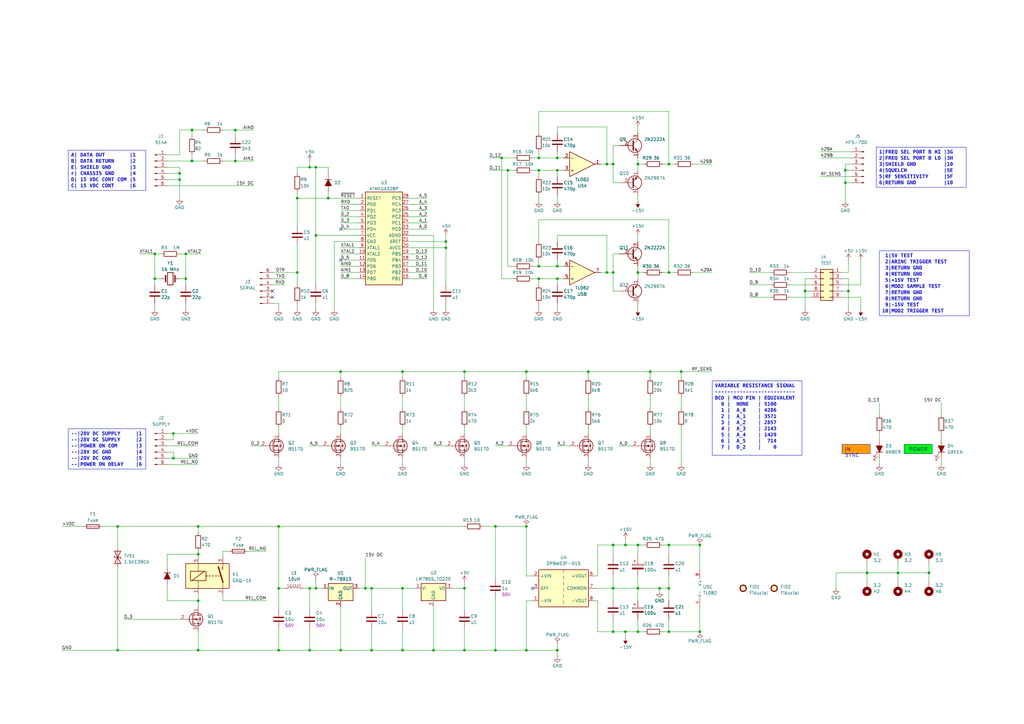
<source format=kicad_sch>
(kicad_sch (version 20230121) (generator eeschema)
  (paper "A3")
  (title_block (title "Modulo-Two to Arinc-429 serial protocol converter board") (date "2023-11-19") (rev "3.3") (comment 1 "         COLLINS 514A-4 SELECTOR PANEL TO HFS-700 TRANSCEIVER"))
  (lib_symbols
    (symbol "Amplifier_Operational:TL082" (pin_names (offset 0.127))
      (property "Reference" "U" (at 0 5.08 0))
      (property "Value" "TL082" (at 0 -5.08 0))
      (symbol "TL082_1_1"
        (pin output line (at 7.62 0 180) (length 2.54) (name "~") (number "1"))
        (pin input line (at -7.62 -2.54 0) (length 2.54) (name "-") (number "2"))
        (pin input line (at -7.62 2.54 0) (length 2.54) (name "+") (number "3"))
      )
      (symbol "TL082_2_1"
        (pin input line (at -7.62 2.54 0) (length 2.54) (name "+") (number "5"))
        (pin input line (at -7.62 -2.54 0) (length 2.54) (name "-") (number "6"))
        (pin output line (at 7.62 0 180) (length 2.54) (name "~") (number "7"))
      )
      (symbol "TL082_3_1"
        (pin power_in line (at -2.54 -7.62 90) (length 3.81) (name "V-") (number "4"))
        (pin power_in line (at -2.54 7.62 270) (length 3.81) (name "V+") (number "8"))
      )
    )
    (symbol "Connector:Conn_01x06_Pin" (pin_names (offset 1.016) hide)
      (property "Reference" "J" (at 0 7.62 0))
      (property "Value" "Conn_01x06_Pin" (at 0 -10.16 0))
      (symbol "Conn_01x06_Pin_1_1"
        (pin passive line (at 5.08 5.08 180) (length 3.81) (name "Pin_1") (number "1"))
        (pin passive line (at 5.08 2.54 180) (length 3.81) (name "Pin_2") (number "2"))
        (pin passive line (at 5.08 0 180) (length 3.81) (name "Pin_3") (number "3"))
        (pin passive line (at 5.08 -2.54 180) (length 3.81) (name "Pin_4") (number "4"))
        (pin passive line (at 5.08 -5.08 180) (length 3.81) (name "Pin_5") (number "5"))
        (pin passive line (at 5.08 -7.62 180) (length 3.81) (name "Pin_6") (number "6"))
      )
    )
    (symbol "Connector_Generic:Conn_02x05_Odd_Even" (pin_names (offset 1.016) hide)
      (property "Reference" "J" (at 1.27 7.62 0))
      (property "Value" "Conn_02x05_Odd_Even" (at 1.27 -7.62 0))
      (symbol "Conn_02x05_Odd_Even_1_1"
        (pin passive line (at -5.08 5.08 0) (length 3.81) (name "Pin_1") (number "1"))
        (pin passive line (at 7.62 -5.08 180) (length 3.81) (name "Pin_10") (number "10"))
        (pin passive line (at 7.62 5.08 180) (length 3.81) (name "Pin_2") (number "2"))
        (pin passive line (at -5.08 2.54 0) (length 3.81) (name "Pin_3") (number "3"))
        (pin passive line (at 7.62 2.54 180) (length 3.81) (name "Pin_4") (number "4"))
        (pin passive line (at -5.08 0 0) (length 3.81) (name "Pin_5") (number "5"))
        (pin passive line (at 7.62 0 180) (length 3.81) (name "Pin_6") (number "6"))
        (pin passive line (at -5.08 -2.54 0) (length 3.81) (name "Pin_7") (number "7"))
        (pin passive line (at 7.62 -2.54 180) (length 3.81) (name "Pin_8") (number "8"))
        (pin passive line (at -5.08 -5.08 0) (length 3.81) (name "Pin_9") (number "9"))
      )
    )
    (symbol "Device:C" (pin_numbers hide) (pin_names (offset 0.254))
      (property "Reference" "C" (at 0.635 2.54 0))
      (property "Value" "C" (at 0.635 -2.54 0))
      (symbol "C_1_1"
        (pin passive line (at 0 3.81 270) (length 2.794) (name "~") (number "1"))
        (pin passive line (at 0 -3.81 90) (length 2.794) (name "~") (number "2"))
      )
    )
    (symbol "Device:C_Polarized" (pin_numbers hide) (pin_names (offset 0.254))
      (property "Reference" "C" (at 0.635 2.54 0))
      (property "Value" "C_Polarized" (at 0.635 -2.54 0))
      (symbol "C_Polarized_1_1"
        (pin passive line (at 0 3.81 270) (length 2.794) (name "~") (number "1"))
        (pin passive line (at 0 -3.81 90) (length 2.794) (name "~") (number "2"))
      )
    )
    (symbol "Device:Crystal" (pin_numbers hide) (pin_names (offset 1.016) hide)
      (property "Reference" "Y" (at 0 3.81 0))
      (property "Value" "Crystal" (at 0 -3.81 0))
      (symbol "Crystal_1_1"
        (pin passive line (at -3.81 0 0) (length 1.27) (name "1") (number "1"))
        (pin passive line (at 3.81 0 180) (length 1.27) (name "2") (number "2"))
      )
    )
    (symbol "Device:D_Filled" (pin_numbers hide) (pin_names (offset 1.016) hide)
      (property "Reference" "D" (at 0 2.54 0))
      (property "Value" "D_Filled" (at 0 -2.54 0))
      (symbol "D_Filled_1_1"
        (pin passive line (at -3.81 0 0) (length 2.54) (name "K") (number "1"))
        (pin passive line (at 3.81 0 180) (length 2.54) (name "A") (number "2"))
      )
    )
    (symbol "Device:Fuse" (pin_numbers hide) (pin_names (offset 0))
      (property "Reference" "F" (at 2.032 0 90))
      (property "Value" "Fuse" (at -1.905 0 90))
      (symbol "Fuse_1_1"
        (pin passive line (at 0 3.81 270) (length 1.27) (name "~") (number "1"))
        (pin passive line (at 0 -3.81 90) (length 1.27) (name "~") (number "2"))
      )
    )
    (symbol "Device:LED_Filled" (pin_numbers hide) (pin_names (offset 1.016) hide)
      (property "Reference" "D" (at 0 2.54 0))
      (property "Value" "LED_Filled" (at 0 -2.54 0))
      (symbol "LED_Filled_1_1"
        (pin passive line (at -3.81 0 0) (length 2.54) (name "K") (number "1"))
        (pin passive line (at 3.81 0 180) (length 2.54) (name "A") (number "2"))
      )
    )
    (symbol "Device:L_Ferrite" (pin_numbers hide) (pin_names (offset 1.016) hide)
      (property "Reference" "L" (at -1.27 0 90))
      (property "Value" "L_Ferrite" (at 2.794 0 90))
      (symbol "L_Ferrite_1_1"
        (pin passive line (at 0 3.81 270) (length 1.27) (name "1") (number "1"))
        (pin passive line (at 0 -3.81 90) (length 1.27) (name "2") (number "2"))
      )
    )
    (symbol "Device:Q_NPN_EBC" (pin_names (offset 0) hide)
      (property "Reference" "Q" (at 5.08 1.27 0))
      (property "Value" "Q_NPN_EBC" (at 5.08 -1.27 0))
      (symbol "Q_NPN_EBC_1_1"
        (pin passive line (at 2.54 -5.08 90) (length 2.54) (name "E") (number "1"))
        (pin passive line (at -5.08 0 0) (length 5.715) (name "B") (number "2"))
        (pin passive line (at 2.54 5.08 270) (length 2.54) (name "C") (number "3"))
      )
    )
    (symbol "Device:Q_PNP_EBC" (pin_names (offset 0) hide)
      (property "Reference" "Q" (at 5.08 1.27 0))
      (property "Value" "Q_PNP_EBC" (at 5.08 -1.27 0))
      (symbol "Q_PNP_EBC_1_1"
        (pin passive line (at 2.54 -5.08 90) (length 2.54) (name "E") (number "1"))
        (pin input line (at -5.08 0 0) (length 5.715) (name "B") (number "2"))
        (pin passive line (at 2.54 5.08 270) (length 2.54) (name "C") (number "3"))
      )
    )
    (symbol "Device:R" (pin_numbers hide) (pin_names (offset 0))
      (property "Reference" "R" (at 2.032 0 90))
      (property "Value" "R" (at 0 0 90))
      (symbol "R_1_1"
        (pin passive line (at 0 3.81 270) (length 1.27) (name "~") (number "1"))
        (pin passive line (at 0 -3.81 90) (length 1.27) (name "~") (number "2"))
      )
    )
    (symbol "Diode:1.5KExxCA" (pin_numbers hide) (pin_names (offset 1.016) hide)
      (property "Reference" "D" (at 0 2.54 0))
      (property "Value" "1.5KExxCA" (at 0 -2.54 0))
      (symbol "1.5KExxCA_1_1"
        (pin passive line (at -3.81 0 0) (length 2.54) (name "A1") (number "1"))
        (pin passive line (at 3.81 0 180) (length 2.54) (name "A2") (number "2"))
      )
    )
    (symbol "Mechanical:Fiducial"
      (property "Reference" "FID" (at 0 5.08 0))
      (property "Value" "Fiducial" (at 0 3.175 0))
    )
    (symbol "Mechanical:MountingHole_Pad" (pin_numbers hide) (pin_names (offset 1.016) hide)
      (property "Reference" "H" (at 0 6.35 0))
      (property "Value" "MountingHole_Pad" (at 0 4.445 0))
      (symbol "MountingHole_Pad_1_1"
        (pin input line (at 0 -2.54 90) (length 2.54) (name "1") (number "1"))
      )
    )
    (symbol "Regulator_Linear:L7815" (pin_names (offset 0.254))
      (property "Reference" "U" (at -3.81 3.175 0))
      (property "Value" "L7815" (at 0 3.175 0))
      (symbol "L7815_1_1"
        (pin power_in line (at -7.62 0 0) (length 2.54) (name "IN") (number "1"))
        (pin power_in line (at 0 -7.62 90) (length 2.54) (name "GND") (number "2"))
        (pin power_out line (at 7.62 0 180) (length 2.54) (name "OUT") (number "3"))
      )
    )
    (symbol "Regulator_Linear:LM7805_TO220" (pin_names (offset 0.254))
      (property "Reference" "U" (at -3.81 3.175 0))
      (property "Value" "LM7805_TO220" (at 0 3.175 0))
      (symbol "LM7805_TO220_1_1"
        (pin power_in line (at -7.62 0 0) (length 2.54) (name "VI") (number "1"))
        (pin power_in line (at 0 -7.62 90) (length 2.54) (name "GND") (number "2"))
        (pin power_out line (at 7.62 0 180) (length 2.54) (name "VO") (number "3"))
      )
    )
    (symbol "Relay:G5Q-1A"
      (property "Reference" "K" (at 8.89 3.81 0))
      (property "Value" "G5Q-1A" (at 8.89 1.27 0))
      (symbol "G5Q-1A_1_1"
        (pin passive line (at -5.08 -7.62 90) (length 2.54) (name "~") (number "1"))
        (pin passive line (at 5.08 -7.62 90) (length 2.54) (name "~") (number "2"))
        (pin passive line (at 5.08 7.62 270) (length 2.54) (name "~") (number "3"))
        (pin passive line (at -5.08 7.62 270) (length 2.54) (name "~") (number "5"))
      )
    )
    (symbol "Transistor_FET:BS170" (pin_names hide)
      (property "Reference" "Q" (at 5.08 1.905 0))
      (property "Value" "BS170" (at 5.08 0 0))
      (symbol "BS170_1_1"
        (pin passive line (at 2.54 5.08 270) (length 2.54) (name "D") (number "1"))
        (pin input line (at -5.08 0 0) (length 2.54) (name "G") (number "2"))
        (pin passive line (at 2.54 -5.08 90) (length 2.54) (name "S") (number "3"))
      )
    )
    (symbol "_Emavec:ATMEGA328P"
      (property "Reference" "U" (at 0 22.86 0))
      (property "Value" "ATMEGA328P" (at 0 20.32 0))
      (symbol "ATMEGA328P_1_1"
        (pin input line (at -10.16 16.51 0) (length 2.54) (name "RESET") (number "1"))
        (pin bidirectional line (at -10.16 -6.35 0) (length 2.54) (name "XTAL2") (number "10"))
        (pin bidirectional line (at -10.16 -8.89 0) (length 2.54) (name "PD5") (number "11"))
        (pin bidirectional line (at -10.16 -11.43 0) (length 2.54) (name "PD6") (number "12"))
        (pin bidirectional line (at -10.16 -13.97 0) (length 2.54) (name "PD7") (number "13"))
        (pin bidirectional line (at -10.16 -16.51 0) (length 2.54) (name "PB0") (number "14"))
        (pin bidirectional line (at 10.16 -16.51 180) (length 2.54) (name "PB1") (number "15"))
        (pin bidirectional line (at 10.16 -13.97 180) (length 2.54) (name "PB2") (number "16"))
        (pin bidirectional line (at 10.16 -11.43 180) (length 2.54) (name "PB3") (number "17"))
        (pin bidirectional line (at 10.16 -8.89 180) (length 2.54) (name "PB4") (number "18"))
        (pin bidirectional line (at 10.16 -6.35 180) (length 2.54) (name "PB5") (number "19"))
        (pin bidirectional line (at -10.16 13.97 0) (length 2.54) (name "PD0") (number "2"))
        (pin power_in line (at 10.16 -3.81 180) (length 2.54) (name "AVCC") (number "20"))
        (pin input line (at 10.16 -1.27 180) (length 2.54) (name "AREF") (number "21"))
        (pin power_in line (at 10.16 1.27 180) (length 2.54) (name "AGND") (number "22"))
        (pin bidirectional line (at 10.16 3.81 180) (length 2.54) (name "PC0") (number "23"))
        (pin bidirectional line (at 10.16 6.35 180) (length 2.54) (name "PC1") (number "24"))
        (pin bidirectional line (at 10.16 8.89 180) (length 2.54) (name "PC2") (number "25"))
        (pin bidirectional line (at 10.16 11.43 180) (length 2.54) (name "PC3") (number "26"))
        (pin bidirectional line (at 10.16 13.97 180) (length 2.54) (name "PC4") (number "27"))
        (pin bidirectional line (at 10.16 16.51 180) (length 2.54) (name "PC5") (number "28"))
        (pin bidirectional line (at -10.16 11.43 0) (length 2.54) (name "PD1") (number "3"))
        (pin bidirectional line (at -10.16 8.89 0) (length 2.54) (name "PD2") (number "4"))
        (pin bidirectional line (at -10.16 6.35 0) (length 2.54) (name "PD3") (number "5"))
        (pin bidirectional line (at -10.16 3.81 0) (length 2.54) (name "PD4") (number "6"))
        (pin power_in line (at -10.16 1.27 0) (length 2.54) (name "VCC") (number "7"))
        (pin power_in line (at -10.16 -1.27 0) (length 2.54) (name "GND") (number "8"))
        (pin bidirectional line (at -10.16 -3.81 0) (length 2.54) (name "XTAL1") (number "9"))
      )
    )
    (symbol "_Emavec:DPBW06F"
      (property "Reference" "U5" (at 0 12.7 0))
      (property "Value" "DPBW03F-015" (at 0 10.16 0))
      (symbol "DPBW06F_1_1"
        (pin power_in line (at -12.7 -5.08 0) (length 2.54) (name "-VIN") (number "1"))
        (pin power_in line (at -12.7 5.08 0) (length 2.54) (name "+VIN") (number "2"))
        (pin input line (at -12.7 0 0) (length 2.54) (name "OFF") (number "3"))
        (pin no_connect line (at 10.16 2.54 180) (length 2.54) hide (name "NC") (number "5"))
        (pin power_out line (at 12.7 5.08 180) (length 2.54) (name "+VOUT") (number "6"))
        (pin passive line (at 12.7 0 180) (length 2.54) (name "COMMON") (number "7"))
        (pin power_out line (at 12.7 -5.08 180) (length 2.54) (name "-VOUT") (number "8"))
      )
    )
    (symbol "power:+15V" (power) (pin_names (offset 0))
      (property "Value" "+15V" (at 0 3.556 0))
      (symbol "+15V_1_1"
        (pin power_in line (at 0 0 90) (length 0) hide (name "+15V") (number "1"))
      )
    )
    (symbol "power:+5V" (power) (pin_names (offset 0))
      (property "Value" "+5V" (at 0 3.556 0))
      (symbol "+5V_1_1"
        (pin power_in line (at 0 0 90) (length 0) hide (name "+5V") (number "1"))
      )
    )
    (symbol "power:-15V" (power) (pin_names (offset 0))
      (property "Value" "-15V" (at 0 3.81 0))
      (symbol "-15V_0_0"
        (pin power_in line (at 0 0 90) (length 0) hide (name "-15V") (number "1"))
      )
    )
    (symbol "power:GND" (power) (pin_names (offset 0))
      (property "Value" "GND" (at 0 -3.81 0))
      (symbol "GND_1_1"
        (pin power_in line (at 0 0 270) (length 0) hide (name "GND") (number "1"))
      )
    )
    (symbol "power:PWR_FLAG" (power) (pin_numbers hide) (pin_names (offset 0) hide)
      (property "Value" "PWR_FLAG" (at 0 3.81 0))
      (symbol "PWR_FLAG_0_0"
        (pin power_out line (at 0 0 90) (length 0) (name "pwr") (number "1"))
      )
    )
  )
  (junction (at 203.2 266.7))
  (junction (at 241.3 152.4))
  (junction (at 287.02 259.08))
  (junction (at 81.28 227.33))
  (junction (at 114.3 266.7))
  (junction (at 274.32 111.76))
  (junction (at 78.74 53.34))
  (junction (at 127 68.58))
  (junction (at 165.1 241.3))
  (junction (at 152.4 241.3))
  (junction (at 81.28 246.38))
  (junction (at 114.3 215.9))
  (junction (at 81.28 215.9))
  (junction (at 208.28 69.85))
  (junction (at 228.6 64.77))
  (junction (at 228.6 266.7))
  (junction (at 114.3 241.3))
  (junction (at 165.1 266.7))
  (junction (at 182.88 99.06))
  (junction (at 228.6 69.85))
  (junction (at 256.54 223.52))
  (junction (at 261.62 241.3))
  (junction (at 355.6 234.95))
  (junction (at 220.98 114.3))
  (junction (at 279.4 152.4))
  (junction (at 220.98 109.22))
  (junction (at 381 234.95))
  (junction (at 73.66 73.66))
  (junction (at 63.5 114.3))
  (junction (at 228.6 109.22))
  (junction (at 129.54 241.3))
  (junction (at 251.46 241.3))
  (junction (at 274.32 67.31))
  (junction (at 248.92 67.31))
  (junction (at 48.26 266.7))
  (junction (at 220.98 69.85))
  (junction (at 76.2 114.3))
  (junction (at 346.71 74.93))
  (junction (at 261.62 111.76))
  (junction (at 274.32 241.3))
  (junction (at 256.54 259.08))
  (junction (at 215.9 266.7))
  (junction (at 220.98 64.77))
  (junction (at 177.8 266.7))
  (junction (at 274.32 223.52))
  (junction (at 205.74 64.77))
  (junction (at 76.2 104.14))
  (junction (at 347.98 119.38))
  (junction (at 251.46 67.31))
  (junction (at 215.9 152.4))
  (junction (at 134.62 81.28))
  (junction (at 330.2 119.38))
  (junction (at 127 266.7))
  (junction (at 78.74 66.04))
  (junction (at 261.62 67.31))
  (junction (at 215.9 215.9))
  (junction (at 71.12 187.96))
  (junction (at 139.7 266.7))
  (junction (at 149.86 241.3))
  (junction (at 287.02 223.52))
  (junction (at 346.71 69.85))
  (junction (at 182.88 101.6))
  (junction (at 190.5 152.4))
  (junction (at 96.52 66.04))
  (junction (at 190.5 241.3))
  (junction (at 129.54 68.58))
  (junction (at 261.62 259.08))
  (junction (at 121.92 81.28))
  (junction (at 261.62 223.52))
  (junction (at 96.52 53.34))
  (junction (at 266.7 152.4))
  (junction (at 251.46 259.08))
  (junction (at 63.5 104.14))
  (junction (at 228.6 114.3))
  (junction (at 270.51 241.3))
  (junction (at 121.92 111.76))
  (junction (at 48.26 215.9))
  (junction (at 139.7 152.4))
  (junction (at 73.66 71.12))
  (junction (at 165.1 152.4))
  (junction (at 251.46 111.76))
  (junction (at 152.4 266.7))
  (junction (at 71.12 177.8))
  (junction (at 81.28 266.7))
  (junction (at 203.2 215.9))
  (junction (at 129.54 96.52))
  (junction (at 274.32 259.08))
  (junction (at 248.92 111.76))
  (junction (at 127 241.3))
  (junction (at 251.46 223.52))
  (junction (at 368.3 234.95))
  (junction (at 190.5 266.7))
  (no_connect (at 111.76 119.38))
  (no_connect (at 139.7 93.98))
  (no_connect (at 139.7 106.68))
  (no_connect (at 218.44 241.3))
  (no_connect (at 111.76 121.92))
  (wire (pts (xy 91.44 53.34) (xy 96.52 53.34)))
  (wire (pts (xy 220.98 69.85) (xy 228.6 69.85)))
  (wire (pts (xy 345.44 114.3) (xy 347.98 114.3)))
  (wire (pts (xy 210.82 69.85) (xy 208.28 69.85)))
  (wire (pts (xy 261.62 259.08) (xy 264.16 259.08)))
  (wire (pts (xy 220.98 54.61) (xy 220.98 45.72)))
  (wire (pts (xy 165.1 152.4) (xy 165.1 154.94)))
  (wire (pts (xy 139.7 114.3) (xy 147.32 114.3)))
  (wire (pts (xy 215.9 215.9) (xy 215.9 236.22)))
  (wire (pts (xy 139.7 152.4) (xy 139.7 154.94)))
  (wire (pts (xy 139.7 111.76) (xy 147.32 111.76)))
  (wire (pts (xy 121.92 68.58) (xy 121.92 71.12)))
  (wire (pts (xy 228.6 69.85) (xy 231.14 69.85)))
  (wire (pts (xy 76.2 104.14) (xy 73.66 104.14)))
  (wire (pts (xy 134.62 78.74) (xy 134.62 81.28)))
  (wire (pts (xy 336.55 62.23) (xy 349.25 62.23)))
  (wire (pts (xy 78.74 53.34) (xy 78.74 55.88)))
  (wire (pts (xy 228.6 54.61) (xy 228.6 52.07)))
  (wire (pts (xy 198.12 215.9) (xy 203.2 215.9)))
  (wire (pts (xy 228.6 96.52) (xy 248.92 96.52)))
  (wire (pts (xy 248.92 67.31) (xy 246.38 67.31)))
  (wire (pts (xy 149.86 241.3) (xy 152.4 241.3)))
  (wire (pts (xy 182.88 96.52) (xy 182.88 99.06)))
  (wire (pts (xy 68.58 240.03) (xy 68.58 246.38)))
  (wire (pts (xy 165.1 241.3) (xy 170.18 241.3)))
  (wire (pts (xy 274.32 67.31) (xy 276.86 67.31)))
  (wire (pts (xy 220.98 45.72) (xy 274.32 45.72)))
  (wire (pts (xy 254 104.14) (xy 251.46 104.14)))
  (wire (pts (xy 121.92 81.28) (xy 134.62 81.28)))
  (wire (pts (xy 96.52 63.5) (xy 96.52 66.04)))
  (wire (pts (xy 139.7 91.44) (xy 147.32 91.44)))
  (wire (pts (xy 266.7 152.4) (xy 279.4 152.4)))
  (wire (pts (xy 81.28 259.08) (xy 81.28 266.7)))
  (wire (pts (xy 73.66 53.34) (xy 78.74 53.34)))
  (wire (pts (xy 68.58 180.34) (xy 71.12 180.34)))
  (wire (pts (xy 261.62 96.52) (xy 261.62 99.06)))
  (wire (pts (xy 71.12 185.42) (xy 68.58 185.42)))
  (wire (pts (xy 68.58 71.12) (xy 73.66 71.12)))
  (wire (pts (xy 63.5 104.14) (xy 66.04 104.14)))
  (wire (pts (xy 152.4 266.7) (xy 165.1 266.7)))
  (wire (pts (xy 346.71 69.85) (xy 346.71 67.31)))
  (wire (pts (xy 228.6 114.3) (xy 228.6 116.84)))
  (wire (pts (xy 165.1 257.81) (xy 165.1 266.7)))
  (wire (pts (xy 261.62 67.31) (xy 261.62 69.85)))
  (wire (pts (xy 190.5 152.4) (xy 215.9 152.4)))
  (wire (pts (xy 139.7 106.68) (xy 147.32 106.68)))
  (wire (pts (xy 203.2 266.7) (xy 215.9 266.7)))
  (wire (pts (xy 81.28 182.88) (xy 68.58 182.88)))
  (wire (pts (xy 323.85 121.92) (xy 332.74 121.92)))
  (wire (pts (xy 220.98 69.85) (xy 220.98 72.39)))
  (wire (pts (xy 386.08 177.8) (xy 386.08 180.34)))
  (wire (pts (xy 274.32 254) (xy 274.32 259.08)))
  (wire (pts (xy 228.6 114.3) (xy 231.14 114.3)))
  (wire (pts (xy 177.8 182.88) (xy 182.88 182.88)))
  (wire (pts (xy 48.26 266.7) (xy 81.28 266.7)))
  (wire (pts (xy 353.06 121.92) (xy 353.06 127)))
  (wire (pts (xy 360.68 165.1) (xy 360.68 170.18)))
  (wire (pts (xy 274.32 111.76) (xy 276.86 111.76)))
  (wire (pts (xy 323.85 111.76) (xy 332.74 111.76)))
  (wire (pts (xy 81.28 187.96) (xy 71.12 187.96)))
  (wire (pts (xy 228.6 124.46) (xy 228.6 127)))
  (wire (pts (xy 248.92 67.31) (xy 251.46 67.31)))
  (wire (pts (xy 114.3 162.56) (xy 114.3 167.64)))
  (wire (pts (xy 261.62 236.22) (xy 261.62 241.3)))
  (wire (pts (xy 139.7 266.7) (xy 152.4 266.7)))
  (wire (pts (xy 342.9 234.95) (xy 355.6 234.95)))
  (wire (pts (xy 245.11 236.22) (xy 245.11 223.52)))
  (wire (pts (xy 182.88 99.06) (xy 182.88 101.6)))
  (wire (pts (xy 25.4 266.7) (xy 48.26 266.7)))
  (wire (pts (xy 254 182.88) (xy 259.08 182.88)))
  (wire (pts (xy 345.44 121.92) (xy 353.06 121.92)))
  (wire (pts (xy 346.71 74.93) (xy 346.71 69.85)))
  (wire (pts (xy 215.9 162.56) (xy 215.9 167.64)))
  (wire (pts (xy 200.66 69.85) (xy 208.28 69.85)))
  (wire (pts (xy 241.3 187.96) (xy 241.3 190.5)))
  (wire (pts (xy 220.98 62.23) (xy 220.98 64.77)))
  (wire (pts (xy 228.6 64.77) (xy 231.14 64.77)))
  (wire (pts (xy 266.7 187.96) (xy 266.7 190.5)))
  (wire (pts (xy 274.32 259.08) (xy 287.02 259.08)))
  (wire (pts (xy 167.64 91.44) (xy 175.26 91.44)))
  (wire (pts (xy 218.44 114.3) (xy 220.98 114.3)))
  (wire (pts (xy 360.68 177.8) (xy 360.68 180.34)))
  (wire (pts (xy 81.28 246.38) (xy 81.28 248.92)))
  (wire (pts (xy 68.58 68.58) (xy 73.66 68.58)))
  (wire (pts (xy 279.4 152.4) (xy 292.1 152.4)))
  (wire (pts (xy 149.86 228.6) (xy 149.86 241.3)))
  (wire (pts (xy 287.02 233.68) (xy 287.02 223.52)))
  (wire (pts (xy 114.3 266.7) (xy 127 266.7)))
  (wire (pts (xy 245.11 246.38) (xy 245.11 259.08)))
  (wire (pts (xy 270.51 241.3) (xy 274.32 241.3)))
  (wire (pts (xy 220.98 64.77) (xy 228.6 64.77)))
  (wire (pts (xy 96.52 53.34) (xy 104.14 53.34)))
  (wire (pts (xy 251.46 67.31) (xy 251.46 74.93)))
  (wire (pts (xy 336.55 64.77) (xy 349.25 64.77)))
  (wire (pts (xy 167.64 83.82) (xy 175.26 83.82)))
  (wire (pts (xy 347.98 106.68) (xy 347.98 111.76)))
  (wire (pts (xy 121.92 124.46) (xy 121.92 127)))
  (wire (pts (xy 129.54 124.46) (xy 129.54 127)))
  (wire (pts (xy 307.34 121.92) (xy 316.23 121.92)))
  (wire (pts (xy 254 59.69) (xy 251.46 59.69)))
  (wire (pts (xy 139.7 175.26) (xy 139.7 177.8)))
  (wire (pts (xy 248.92 96.52) (xy 248.92 111.76)))
  (wire (pts (xy 134.62 71.12) (xy 134.62 68.58)))
  (wire (pts (xy 368.3 234.95) (xy 381 234.95)))
  (wire (pts (xy 330.2 119.38) (xy 332.74 119.38)))
  (wire (pts (xy 330.2 127) (xy 330.2 119.38)))
  (wire (pts (xy 190.5 238.76) (xy 190.5 241.3)))
  (wire (pts (xy 121.92 78.74) (xy 121.92 81.28)))
  (wire (pts (xy 121.92 68.58) (xy 127 68.58)))
  (wire (pts (xy 73.66 63.5) (xy 68.58 63.5)))
  (wire (pts (xy 346.71 69.85) (xy 349.25 69.85)))
  (wire (pts (xy 78.74 66.04) (xy 83.82 66.04)))
  (wire (pts (xy 261.62 124.46) (xy 261.62 127)))
  (wire (pts (xy 220.98 109.22) (xy 228.6 109.22)))
  (wire (pts (xy 68.58 66.04) (xy 78.74 66.04)))
  (wire (pts (xy 228.6 109.22) (xy 231.14 109.22)))
  (wire (pts (xy 167.64 96.52) (xy 177.8 96.52)))
  (wire (pts (xy 167.64 109.22) (xy 175.26 109.22)))
  (wire (pts (xy 251.46 223.52) (xy 256.54 223.52)))
  (wire (pts (xy 345.44 119.38) (xy 347.98 119.38)))
  (wire (pts (xy 190.5 187.96) (xy 190.5 190.5)))
  (wire (pts (xy 284.48 67.31) (xy 292.1 67.31)))
  (wire (pts (xy 177.8 248.92) (xy 177.8 266.7)))
  (wire (pts (xy 251.46 236.22) (xy 251.46 241.3)))
  (wire (pts (xy 203.2 245.11) (xy 203.2 266.7)))
  (wire (pts (xy 220.98 90.17) (xy 274.32 90.17)))
  (wire (pts (xy 167.64 81.28) (xy 175.26 81.28)))
  (wire (pts (xy 165.1 241.3) (xy 165.1 250.19)))
  (wire (pts (xy 245.11 259.08) (xy 251.46 259.08)))
  (wire (pts (xy 165.1 266.7) (xy 177.8 266.7)))
  (wire (pts (xy 190.5 241.3) (xy 190.5 250.19)))
  (wire (pts (xy 270.51 242.57) (xy 270.51 241.3)))
  (wire (pts (xy 134.62 68.58) (xy 129.54 68.58)))
  (wire (pts (xy 241.3 162.56) (xy 241.3 167.64)))
  (wire (pts (xy 261.62 254) (xy 261.62 259.08)))
  (wire (pts (xy 81.28 190.5) (xy 68.58 190.5)))
  (wire (pts (xy 68.58 227.33) (xy 81.28 227.33)))
  (wire (pts (xy 228.6 106.68) (xy 228.6 109.22)))
  (wire (pts (xy 215.9 246.38) (xy 215.9 266.7)))
  (wire (pts (xy 346.71 67.31) (xy 349.25 67.31)))
  (wire (pts (xy 368.3 231.14) (xy 368.3 234.95)))
  (wire (pts (xy 261.62 80.01) (xy 261.62 82.55)))
  (wire (pts (xy 76.2 114.3) (xy 76.2 104.14)))
  (wire (pts (xy 91.44 246.38) (xy 109.22 246.38)))
  (wire (pts (xy 139.7 162.56) (xy 139.7 167.64)))
  (wire (pts (xy 185.42 241.3) (xy 190.5 241.3)))
  (wire (pts (xy 81.28 266.7) (xy 114.3 266.7)))
  (wire (pts (xy 381 234.95) (xy 381 238.76)))
  (wire (pts (xy 167.64 86.36) (xy 175.26 86.36)))
  (wire (pts (xy 91.44 66.04) (xy 96.52 66.04)))
  (wire (pts (xy 152.4 241.3) (xy 165.1 241.3)))
  (wire (pts (xy 48.26 232.41) (xy 48.26 266.7)))
  (wire (pts (xy 76.2 104.14) (xy 82.55 104.14)))
  (wire (pts (xy 346.71 74.93) (xy 349.25 74.93)))
  (wire (pts (xy 93.98 226.06) (xy 91.44 226.06)))
  (wire (pts (xy 261.62 111.76) (xy 261.62 114.3)))
  (wire (pts (xy 190.5 266.7) (xy 203.2 266.7)))
  (wire (pts (xy 73.66 73.66) (xy 73.66 81.28)))
  (wire (pts (xy 73.66 53.34) (xy 73.66 63.5)))
  (wire (pts (xy 218.44 109.22) (xy 220.98 109.22)))
  (wire (pts (xy 345.44 111.76) (xy 347.98 111.76)))
  (wire (pts (xy 91.44 226.06) (xy 91.44 228.6)))
  (wire (pts (xy 215.9 152.4) (xy 215.9 154.94)))
  (wire (pts (xy 167.64 111.76) (xy 175.26 111.76)))
  (wire (pts (xy 182.88 124.46) (xy 182.88 127)))
  (wire (pts (xy 48.26 215.9) (xy 81.28 215.9)))
  (wire (pts (xy 68.58 73.66) (xy 73.66 73.66)))
  (wire (pts (xy 323.85 116.84) (xy 332.74 116.84)))
  (wire (pts (xy 134.62 81.28) (xy 147.32 81.28)))
  (wire (pts (xy 129.54 68.58) (xy 127 68.58)))
  (wire (pts (xy 274.32 90.17) (xy 274.32 111.76)))
  (wire (pts (xy 287.02 248.92) (xy 287.02 259.08)))
  (wire (pts (xy 177.8 266.7) (xy 190.5 266.7)))
  (wire (pts (xy 165.1 187.96) (xy 165.1 190.5)))
  (wire (pts (xy 218.44 64.77) (xy 220.98 64.77)))
  (wire (pts (xy 245.11 223.52) (xy 251.46 223.52)))
  (wire (pts (xy 271.78 111.76) (xy 274.32 111.76)))
  (wire (pts (xy 137.16 99.06) (xy 147.32 99.06)))
  (wire (pts (xy 73.66 114.3) (xy 76.2 114.3)))
  (wire (pts (xy 78.74 63.5) (xy 78.74 66.04)))
  (wire (pts (xy 81.28 177.8) (xy 71.12 177.8)))
  (wire (pts (xy 129.54 241.3) (xy 132.08 241.3)))
  (wire (pts (xy 215.9 266.7) (xy 228.6 266.7)))
  (wire (pts (xy 347.98 114.3) (xy 347.98 119.38)))
  (wire (pts (xy 129.54 96.52) (xy 147.32 96.52)))
  (wire (pts (xy 114.3 187.96) (xy 114.3 190.5)))
  (wire (pts (xy 91.44 243.84) (xy 91.44 246.38)))
  (wire (pts (xy 111.76 116.84) (xy 116.84 116.84)))
  (wire (pts (xy 261.62 223.52) (xy 261.62 228.6)))
  (wire (pts (xy 81.28 215.9) (xy 114.3 215.9)))
  (wire (pts (xy 256.54 259.08) (xy 261.62 259.08)))
  (wire (pts (xy 203.2 215.9) (xy 203.2 237.49)))
  (wire (pts (xy 218.44 69.85) (xy 220.98 69.85)))
  (wire (pts (xy 182.88 101.6) (xy 182.88 116.84)))
  (wire (pts (xy 57.15 104.14) (xy 63.5 104.14)))
  (wire (pts (xy 111.76 124.46) (xy 114.3 124.46)))
  (wire (pts (xy 353.06 116.84) (xy 345.44 116.84)))
  (wire (pts (xy 114.3 152.4) (xy 139.7 152.4)))
  (wire (pts (xy 101.6 226.06) (xy 109.22 226.06)))
  (wire (pts (xy 71.12 187.96) (xy 68.58 187.96)))
  (wire (pts (xy 251.46 241.3) (xy 261.62 241.3)))
  (wire (pts (xy 114.3 241.3) (xy 116.84 241.3)))
  (wire (pts (xy 152.4 257.81) (xy 152.4 266.7)))
  (wire (pts (xy 102.87 182.88) (xy 106.68 182.88)))
  (wire (pts (xy 210.82 64.77) (xy 205.74 64.77)))
  (wire (pts (xy 228.6 264.16) (xy 228.6 266.7)))
  (wire (pts (xy 63.5 114.3) (xy 63.5 104.14)))
  (wire (pts (xy 68.58 246.38) (xy 81.28 246.38)))
  (wire (pts (xy 190.5 175.26) (xy 190.5 177.8)))
  (wire (pts (xy 251.46 241.3) (xy 251.46 246.38)))
  (wire (pts (xy 68.58 76.2) (xy 104.14 76.2)))
  (wire (pts (xy 243.84 241.3) (xy 251.46 241.3)))
  (wire (pts (xy 274.32 241.3) (xy 274.32 246.38)))
  (wire (pts (xy 346.71 82.55) (xy 346.71 74.93)))
  (wire (pts (xy 274.32 45.72) (xy 274.32 67.31)))
  (wire (pts (xy 261.62 67.31) (xy 264.16 67.31)))
  (wire (pts (xy 251.46 111.76) (xy 251.46 119.38)))
  (wire (pts (xy 203.2 215.9) (xy 215.9 215.9)))
  (wire (pts (xy 251.46 254) (xy 251.46 259.08)))
  (wire (pts (xy 190.5 257.81) (xy 190.5 266.7)))
  (wire (pts (xy 139.7 101.6) (xy 147.32 101.6)))
  (wire (pts (xy 129.54 116.84) (xy 129.54 96.52)))
  (wire (pts (xy 114.3 241.3) (xy 114.3 250.19)))
  (wire (pts (xy 271.78 223.52) (xy 274.32 223.52)))
  (wire (pts (xy 129.54 237.49) (xy 129.54 241.3)))
  (wire (pts (xy 274.32 236.22) (xy 274.32 241.3)))
  (wire (pts (xy 124.46 241.3) (xy 127 241.3)))
  (wire (pts (xy 279.4 162.56) (xy 279.4 167.64)))
  (wire (pts (xy 261.62 111.76) (xy 264.16 111.76)))
  (wire (pts (xy 220.98 124.46) (xy 220.98 127)))
  (wire (pts (xy 248.92 111.76) (xy 251.46 111.76)))
  (wire (pts (xy 215.9 175.26) (xy 215.9 177.8)))
  (wire (pts (xy 139.7 93.98) (xy 147.32 93.98)))
  (wire (pts (xy 215.9 236.22) (xy 218.44 236.22)))
  (wire (pts (xy 208.28 109.22) (xy 210.82 109.22)))
  (wire (pts (xy 248.92 52.07) (xy 248.92 67.31)))
  (wire (pts (xy 167.64 114.3) (xy 175.26 114.3)))
  (wire (pts (xy 203.2 182.88) (xy 208.28 182.88)))
  (wire (pts (xy 228.6 182.88) (xy 233.68 182.88)))
  (wire (pts (xy 147.32 241.3) (xy 149.86 241.3)))
  (wire (pts (xy 81.28 215.9) (xy 81.28 218.44)))
  (wire (pts (xy 274.32 223.52) (xy 287.02 223.52)))
  (wire (pts (xy 127 241.3) (xy 127 250.19)))
  (wire (pts (xy 368.3 234.95) (xy 355.6 234.95)))
  (wire (pts (xy 114.3 124.46) (xy 114.3 127)))
  (wire (pts (xy 220.98 114.3) (xy 228.6 114.3)))
  (wire (pts (xy 360.68 187.96) (xy 360.68 190.5)))
  (wire (pts (xy 261.62 52.07) (xy 261.62 54.61)))
  (wire (pts (xy 205.74 114.3) (xy 210.82 114.3)))
  (wire (pts (xy 165.1 162.56) (xy 165.1 167.64)))
  (wire (pts (xy 342.9 241.3) (xy 342.9 234.95)))
  (wire (pts (xy 200.66 64.77) (xy 205.74 64.77)))
  (wire (pts (xy 266.7 152.4) (xy 266.7 154.94)))
  (wire (pts (xy 48.26 215.9) (xy 48.26 224.79)))
  (wire (pts (xy 190.5 152.4) (xy 190.5 154.94)))
  (wire (pts (xy 353.06 106.68) (xy 353.06 116.84)))
  (wire (pts (xy 347.98 119.38) (xy 347.98 127)))
  (wire (pts (xy 73.66 71.12) (xy 73.66 73.66)))
  (wire (pts (xy 254 119.38) (xy 251.46 119.38)))
  (wire (pts (xy 220.98 99.06) (xy 220.98 90.17)))
  (wire (pts (xy 355.6 234.95) (xy 355.6 231.14)))
  (wire (pts (xy 254 74.93) (xy 251.46 74.93)))
  (wire (pts (xy 190.5 162.56) (xy 190.5 167.64)))
  (wire (pts (xy 139.7 83.82) (xy 147.32 83.82)))
  (wire (pts (xy 114.3 215.9) (xy 114.3 241.3)))
  (wire (pts (xy 63.5 124.46) (xy 63.5 127)))
  (wire (pts (xy 41.91 215.9) (xy 48.26 215.9)))
  (wire (pts (xy 121.92 81.28) (xy 121.92 92.71)))
  (wire (pts (xy 332.74 114.3) (xy 330.2 114.3)))
  (wire (pts (xy 63.5 116.84) (xy 63.5 114.3)))
  (wire (pts (xy 251.46 223.52) (xy 251.46 228.6)))
  (wire (pts (xy 261.62 241.3) (xy 261.62 246.38)))
  (wire (pts (xy 228.6 266.7) (xy 228.6 269.24)))
  (wire (pts (xy 139.7 88.9) (xy 147.32 88.9)))
  (wire (pts (xy 121.92 100.33) (xy 121.92 111.76)))
  (wire (pts (xy 205.74 64.77) (xy 205.74 114.3)))
  (wire (pts (xy 220.98 114.3) (xy 220.98 116.84)))
  (wire (pts (xy 81.28 243.84) (xy 81.28 246.38)))
  (wire (pts (xy 307.34 111.76) (xy 316.23 111.76)))
  (wire (pts (xy 127 182.88) (xy 132.08 182.88)))
  (wire (pts (xy 137.16 99.06) (xy 137.16 127)))
  (wire (pts (xy 330.2 114.3) (xy 330.2 119.38)))
  (wire (pts (xy 165.1 175.26) (xy 165.1 177.8)))
  (wire (pts (xy 167.64 93.98) (xy 175.26 93.98)))
  (wire (pts (xy 68.58 232.41) (xy 68.58 227.33)))
  (wire (pts (xy 208.28 69.85) (xy 208.28 109.22)))
  (wire (pts (xy 271.78 259.08) (xy 274.32 259.08)))
  (wire (pts (xy 71.12 180.34) (xy 71.12 177.8)))
  (wire (pts (xy 381 231.14) (xy 381 234.95)))
  (wire (pts (xy 266.7 162.56) (xy 266.7 167.64)))
  (wire (pts (xy 243.84 246.38) (xy 245.11 246.38)))
  (wire (pts (xy 111.76 111.76) (xy 121.92 111.76)))
  (wire (pts (xy 261.62 241.3) (xy 270.51 241.3)))
  (wire (pts (xy 114.3 257.81) (xy 114.3 266.7)))
  (wire (pts (xy 274.32 223.52) (xy 274.32 228.6)))
  (wire (pts (xy 215.9 187.96) (xy 215.9 190.5)))
  (wire (pts (xy 25.4 215.9) (xy 34.29 215.9)))
  (wire (pts (xy 261.62 223.52) (xy 264.16 223.52)))
  (wire (pts (xy 251.46 259.08) (xy 256.54 259.08)))
  (wire (pts (xy 139.7 152.4) (xy 165.1 152.4)))
  (wire (pts (xy 63.5 114.3) (xy 66.04 114.3)))
  (wire (pts (xy 251.46 104.14) (xy 251.46 111.76)))
  (wire (pts (xy 76.2 116.84) (xy 76.2 114.3)))
  (wire (pts (xy 248.92 111.76) (xy 246.38 111.76)))
  (wire (pts (xy 73.66 68.58) (xy 73.66 71.12)))
  (wire (pts (xy 167.64 101.6) (xy 182.88 101.6)))
  (wire (pts (xy 96.52 66.04) (xy 104.14 66.04)))
  (wire (pts (xy 251.46 59.69) (xy 251.46 67.31)))
  (wire (pts (xy 167.64 106.68) (xy 175.26 106.68)))
  (wire (pts (xy 139.7 187.96) (xy 139.7 190.5)))
  (wire (pts (xy 386.08 187.96) (xy 386.08 190.5)))
  (wire (pts (xy 368.3 238.76) (xy 368.3 234.95)))
  (wire (pts (xy 241.3 152.4) (xy 241.3 154.94)))
  (wire (pts (xy 114.3 215.9) (xy 190.5 215.9)))
  (wire (pts (xy 261.62 109.22) (xy 261.62 111.76)))
  (wire (pts (xy 241.3 152.4) (xy 266.7 152.4)))
  (wire (pts (xy 165.1 152.4) (xy 190.5 152.4)))
  (wire (pts (xy 256.54 223.52) (xy 261.62 223.52)))
  (wire (pts (xy 243.84 236.22) (xy 245.11 236.22)))
  (wire (pts (xy 139.7 109.22) (xy 147.32 109.22)))
  (wire (pts (xy 271.78 67.31) (xy 274.32 67.31)))
  (wire (pts (xy 386.08 165.1) (xy 386.08 170.18)))
  (wire (pts (xy 121.92 111.76) (xy 121.92 116.84)))
  (wire (pts (xy 167.64 104.14) (xy 175.26 104.14)))
  (wire (pts (xy 78.74 53.34) (xy 83.82 53.34)))
  (wire (pts (xy 111.76 114.3) (xy 116.84 114.3)))
  (wire (pts (xy 152.4 241.3) (xy 152.4 250.19)))
  (wire (pts (xy 307.34 116.84) (xy 316.23 116.84)))
  (wire (pts (xy 215.9 152.4) (xy 241.3 152.4)))
  (wire (pts (xy 279.4 152.4) (xy 279.4 154.94)))
  (wire (pts (xy 127 257.81) (xy 127 266.7)))
  (wire (pts (xy 261.62 64.77) (xy 261.62 67.31)))
  (wire (pts (xy 81.28 227.33) (xy 81.28 228.6)))
  (wire (pts (xy 228.6 80.01) (xy 228.6 82.55)))
  (wire (pts (xy 220.98 80.01) (xy 220.98 82.55)))
  (wire (pts (xy 114.3 175.26) (xy 114.3 177.8)))
  (wire (pts (xy 167.64 88.9) (xy 175.26 88.9)))
  (wire (pts (xy 177.8 127) (xy 177.8 96.52)))
  (wire (pts (xy 81.28 226.06) (xy 81.28 227.33)))
  (wire (pts (xy 114.3 154.94) (xy 114.3 152.4)))
  (wire (pts (xy 279.4 175.26) (xy 279.4 190.5)))
  (wire (pts (xy 256.54 259.08) (xy 256.54 261.62)))
  (wire (pts (xy 167.64 99.06) (xy 182.88 99.06)))
  (wire (pts (xy 284.48 111.76) (xy 292.1 111.76)))
  (wire (pts (xy 228.6 62.23) (xy 228.6 64.77)))
  (wire (pts (xy 266.7 175.26) (xy 266.7 177.8)))
  (wire (pts (xy 355.6 234.95) (xy 355.6 238.76)))
  (wire (pts (xy 228.6 69.85) (xy 228.6 72.39)))
  (wire (pts (xy 218.44 246.38) (xy 215.9 246.38)))
  (wire (pts (xy 228.6 52.07) (xy 248.92 52.07)))
  (wire (pts (xy 127 266.7) (xy 139.7 266.7)))
  (wire (pts (xy 139.7 86.36) (xy 147.32 86.36)))
  (wire (pts (xy 129.54 68.58) (xy 129.54 96.52)))
  (wire (pts (xy 139.7 104.14) (xy 147.32 104.14)))
  (wire (pts (xy 152.4 182.88) (xy 157.48 182.88)))
  (wire (pts (xy 139.7 248.92) (xy 139.7 266.7)))
  (wire (pts (xy 71.12 187.96) (xy 71.12 185.42)))
  (wire (pts (xy 127 66.04) (xy 127 68.58)))
  (wire (pts (xy 220.98 106.68) (xy 220.98 109.22)))
  (wire (pts (xy 71.12 177.8) (xy 68.58 177.8)))
  (wire (pts (xy 256.54 220.98) (xy 256.54 223.52)))
  (wire (pts (xy 228.6 99.06) (xy 228.6 96.52)))
  (wire (pts (xy 336.55 72.39) (xy 349.25 72.39)))
  (wire (pts (xy 241.3 175.26) (xy 241.3 177.8)))
  (wire (pts (xy 76.2 124.46) (xy 76.2 127)))
  (wire (pts (xy 50.8 254) (xy 73.66 254)))
  (wire (pts (xy 127 241.3) (xy 129.54 241.3)))
  (wire (pts (xy 96.52 53.34) (xy 96.52 55.88)))
  (text_box "1|FREQ SEL PORT B HI |3G\n2|FREQ SEL PORT B LO |3H\n3|SHIELD GND         |10\n4|SQUELCH            |5E\n5|RF SENSITIVITY     |5F\n6|RETURN GND         |10\n" (at 359.4243 60.3672 0) (size 36.83 16.51) (effects (font (size 1.5 1.5) (thickness 0.254) bold) (justify left top)))
  (text_box " 1|5V TEST\n 2|ARINC TRIGGER TEST\n 3|RETURN GND\n 4|RETURN GND\n 5|+15V TEST\n 6|MOD2 SAMPLE TEST\n 7|RETURN GND\n 8|RETURN GND\n 9|-15V TEST\n10|MOD2 TRIGGER TEST\n\n" (at 360.68 102.87 0) (size 36.83 26.67) (effects (font (size 1.5 1.5) bold) (justify left top)))
  (text_box "A| DATA OUT        |1\nB| DATA RETURN     |2\nE| SHIELD GND      |3\nr| CHASSIS GND     |4\nD| 15 VDC CONT COM |5\nC| 15 VDC CONT     |6\n" (at 28.0276 61.5994 0) (size 31.75 16.51) (effects (font (size 1.5 1.5) (thickness 0.3) bold) (justify left top)))
  (text_box "IN SYNC" (at 345.3594 182.249 0) (size 11.5689 3.81) (fill (type color) (color 255 153 0 1)) (effects (font (size 1.5 1.5)) (justify left top)))
  (text_box "POWER" (at 370.8222 182.2394 0) (size 11.5689 3.81) (fill (type color) (color 0 255 0 1)) (effects (font (size 1.5 1.5)) (justify top)))
  (text_box "VARIABLE RESISTANCE SIGNAL\n--------------------------\nBCD | MCU PIN | EQUIVALENT\n  0 |  NONE   | 5100\n  1 |  A_0    | 4286\n  2 |  A_1    | 3571 \n  3 |  A_2    | 2857\n  4 |  A_3    | 2143\n  5 |  A_4    | 1429\n  6 |  A_5    |  714\n  7 |  D_2    |    0" (at 292.1 156.21 0) (size 36.83 30.48) (effects (font (size 1.5 1.5) (thickness 0.254) bold) (justify left top)))
  (text_box "--|28V DC SUPPLY     |1\n--|28V DC SUPPLY     |2\n--|POWER ON COM      |3\n--|28V DC GND        |4\n--|28V DC GND        |5\n--|POWER ON DELAY    |6" (at 28.0242 175.864 0) (size 31.75 16.51) (effects (font (size 1.5 1.5) bold) (justify left top)))
  (label "~{RESET}" (at 139.7 81.28 0))
  (label "AIN0" (at 139.7 109.22 0))
  (label "15V DC" (at 386.08 165.1 180))
  (label "XTAL2" (at 139.7 104.14 0))
  (label "D_11" (at 200.66 69.85 0))
  (label "15V DC" (at 149.86 228.6 0))
  (label "A_5" (at 175.26 81.28 180))
  (label "REL_NO" (at 109.22 226.06 180))
  (label "RXD" (at 116.84 116.84 180))
  (label "+VDC" (at 81.28 177.8 180))
  (label "A_4" (at 152.4 182.88 0))
  (label "D_10" (at 175.26 111.76 180))
  (label "RF_SENS" (at 292.1 152.4 180))
  (label "429B" (at 336.55 64.77 0))
  (label "A_1" (at 228.6 182.88 0))
  (label "429B" (at 292.1 67.31 180))
  (label "D_2" (at 102.87 182.88 0))
  (label "D_9" (at 307.34 116.84 0))
  (label "A_2" (at 175.26 88.9 180))
  (label "A_2" (at 203.2 182.88 0))
  (label "D_3" (at 139.7 91.44 0))
  (label "D_8" (at 139.7 114.3 0))
  (label "A_0" (at 254 182.88 0))
  (label "D_2" (at 139.7 88.9 0))
  (label "REL_COM" (at 109.22 246.38 180))
  (label "RF_SENS" (at 336.55 72.39 0))
  (label "D_10" (at 307.34 111.76 0))
  (label "AIN1" (at 139.7 111.76 0))
  (label "A_3" (at 175.26 86.36 180))
  (label "D_13" (at 175.26 104.14 180))
  (label "XTAL1" (at 139.7 101.6 0))
  (label "XTAL1" (at 57.15 104.14 0))
  (label "A_4" (at 175.26 83.82 180))
  (label "XTAL2" (at 82.55 104.14 180))
  (label "15V DC" (at 104.14 76.2 180))
  (label "GND" (at 25.4 266.7 0))
  (label "TXD" (at 116.84 114.3 180))
  (label "429A" (at 292.1 111.76 180))
  (label "REL_COM" (at 81.28 182.88 180))
  (label "A_5" (at 127 182.88 0))
  (label "D_11" (at 175.26 109.22 180))
  (label "429A" (at 336.55 62.23 0))
  (label "D_12" (at 175.26 106.68 180))
  (label "DTR" (at 116.84 111.76 180))
  (label "D_4" (at 139.7 93.98 0))
  (label "A_1" (at 175.26 91.44 180))
  (label "GND" (at 81.28 187.96 180))
  (label "D_13" (at 360.68 165.1 180))
  (label "D_3" (at 50.8 254 0))
  (label "D_9" (at 175.26 114.3 180))
  (label "AIN0" (at 104.14 53.34 180))
  (label "+VDC" (at 25.4 215.9 0))
  (label "D_8" (at 307.34 121.92 0))
  (label "A_3" (at 177.8 182.88 0))
  (label "AIN1" (at 104.14 66.04 180))
  (label "TXD" (at 139.7 86.36 0))
  (label "D_5" (at 139.7 106.68 0))
  (label "RXD" (at 139.7 83.82 0))
  (label "REL_NO" (at 81.28 190.5 180))
  (label "D_12" (at 200.66 64.77 0))
  (label "A_0" (at 175.26 93.98 180))
  (symbol (lib_id "Device:C") (at 165.1 254 0) (unit 1)
    (property "Reference" "C8" (at 167.64 252.73 0) (effects (justify left)))
    (property "Value" "u1" (at 167.64 255.27 0) (effects (justify left)))
    (property "Footprint" "Capacitor_THT:C_Disc_D3.8mm_W2.6mm_P2.50mm" (effects hide))
  )
  (symbol (lib_id "Device:C") (at 251.46 250.19 0) (unit 1)
    (property "Reference" "C13" (at 254 248.92 0) (effects (justify left)))
    (property "Value" "u1" (at 254 251.46 0) (effects (justify left)))
    (property "Footprint" "Capacitor_THT:C_Disc_D3.8mm_W2.6mm_P2.50mm" (effects hide))
  )
  (symbol (lib_id "Device:Q_NPN_EBC") (at 259.08 59.69 0) (unit 1)
    (property "Reference" "Q9" (at 254 57.15 0) (effects (justify left)))
    (property "Value" "2N2222A" (at 264.16 57.15 0) (effects (justify left)))
    (property "Footprint" "Package_TO_SOT_THT:TO-92L_Inline_Wide" (effects hide))
  )
  (symbol (lib_id "power:+15V") (at 256.54 220.98 0) (unit 1)
    (property "Reference" "#PWR025" (effects hide))
    (property "Value" "+15V" (at 256.54 217.17 0))
  )
  (symbol (lib_id "Device:R") (at 139.7 171.45 0) (unit 1)
    (property "Reference" "R72" (at 140.97 170.18 0) (effects (justify left)))
    (property "Value" "0" (at 140.97 172.72 0) (effects (justify left)))
    (property "Footprint" "Resistor_THT:R_Axial_DIN0207_L6.3mm_D2.5mm_P10.16mm_Horizontal" (effects hide))
  )
  (symbol (lib_id "Device:R") (at 266.7 171.45 0) (unit 1)
    (property "Reference" "R77" (at 267.97 170.18 0) (effects (justify left)))
    (property "Value" "10k" (at 267.97 172.72 0) (effects (justify left)))
    (property "Footprint" "Resistor_THT:R_Axial_DIN0207_L6.3mm_D2.5mm_P10.16mm_Horizontal" (effects hide))
  )
  (symbol (lib_id "Amplifier_Operational:TL082") (at 238.76 67.31 0) (mirror x) (unit 1)
    (property "Reference" "U5" (at 238.76 76.2 0))
    (property "Value" "TL082" (at 238.76 73.66 0))
    (property "Footprint" "Package_DIP:DIP-8_W7.62mm" (effects hide))
    (property "Datasheet" "http://www.ti.com/lit/ds/symlink/tl081.pdf" (effects hide))
  )
  (symbol (lib_id "Device:Q_NPN_EBC") (at 259.08 104.14 0) (unit 1)
    (property "Reference" "Q11" (at 254 101.6 0) (effects (justify left)))
    (property "Value" "2N2222A" (at 264.16 101.6 0) (effects (justify left)))
    (property "Footprint" "Package_TO_SOT_THT:TO-92L_Inline_Wide" (effects hide))
  )
  (symbol (lib_id "Mechanical:MountingHole_Pad") (at 368.3 241.3 0) (mirror x) (unit 1)
    (property "Reference" "H4" (at 370.84 242.57 0) (effects (justify left)))
    (property "Value" "3.2" (at 370.84 240.03 0) (effects (justify left)))
    (property "Footprint" "MountingHole:MountingHole_3.2mm_M3_Pad_TopBottom" (effects hide))
  )
  (symbol (lib_id "Device:R") (at 266.7 158.75 0) (unit 1)
    (property "Reference" "R27" (at 267.97 157.48 0) (effects (justify left)))
    (property "Value" "20k" (at 267.97 160.02 0) (effects (justify left)))
    (property "Footprint" "Resistor_THT:R_Axial_DIN0207_L6.3mm_D2.5mm_P10.16mm_Horizontal" (effects hide))
  )
  (symbol (lib_id "Device:R") (at 214.63 64.77 90) (unit 1)
    (property "Reference" "R16" (at 212.09 62.23 90))
    (property "Value" "10k" (at 217.17 62.23 90))
    (property "Footprint" "Resistor_THT:R_Axial_DIN0207_L6.3mm_D2.5mm_P10.16mm_Horizontal" (effects hide))
  )
  (symbol (lib_id "power:GND") (at 114.3 127 0) (unit 1)
    (property "Reference" "#PWR05" (effects hide))
    (property "Value" "GND" (at 114.3 130.81 0))
  )
  (symbol (lib_id "power:GND") (at 386.08 190.5 0) (unit 1)
    (property "Reference" "#PWR041" (effects hide))
    (property "Value" "GND" (at 386.08 194.31 0))
  )
  (symbol (lib_id "Connector:Conn_01x06_Pin") (at 354.33 67.31 0) (mirror y) (unit 1)
    (property "Reference" "J5" (at 350.52 55.88 0) (effects (justify right)))
    (property "Value" "HFS-700" (at 346.71 58.42 0) (effects (justify right)))
    (property "Footprint" "Connector_Phoenix_MC:PhoenixContact_MCV_1,5_6-G-3.81_1x06_P3.81mm_Vertical" (effects hide))
  )
  (symbol (lib_id "Mechanical:MountingHole_Pad") (at 381 228.6 0) (unit 1)
    (property "Reference" "H5" (at 383.54 227.33 0) (effects (justify left)))
    (property "Value" "3.2" (at 383.54 229.87 0) (effects (justify left)))
    (property "Footprint" "MountingHole:MountingHole_3.2mm_M3_Pad_TopBottom" (effects hide))
  )
  (symbol (lib_id "Device:C") (at 274.32 250.19 0) (unit 1)
    (property "Reference" "C21" (at 276.86 248.92 0) (effects (justify left)))
    (property "Value" "u1" (at 276.86 251.46 0) (effects (justify left)))
    (property "Footprint" "Capacitor_THT:C_Disc_D3.8mm_W2.6mm_P2.50mm" (effects hide))
  )
  (symbol (lib_id "Device:Q_PNP_EBC") (at 259.08 119.38 0) (mirror x) (unit 1)
    (property "Reference" "Q12" (at 254 116.84 0) (effects (justify left)))
    (property "Value" "2N2907A" (at 264.16 117.475 0) (effects (justify left)))
    (property "Footprint" "Package_TO_SOT_THT:TO-92L_Inline_Wide" (effects hide))
  )
  (symbol (lib_id "_Emavec:DPBW06F") (at 231.14 241.3 0) (unit 1)
    (property "Reference" "U4" (at 231.14 228.6 0))
    (property "Value" "DPBW03F-015" (at 231.14 231.14 0))
    (property "Footprint" "Converter_DCDC:Converter_DCDC_TRACO_TMR-xxxx_THT" (effects hide))
    (property "Datasheet" "https://www.tracopower.com/products/tmr2.pdf" (effects hide))
  )
  (symbol (lib_id "power:GND") (at 266.7 190.5 0) (unit 1)
    (property "Reference" "#PWR027" (effects hide))
    (property "Value" "GND" (at 266.7 194.31 0))
  )
  (symbol (lib_id "power:GND") (at 330.2 127 0) (unit 1)
    (property "Reference" "#PWR033" (effects hide))
    (property "Value" "GND" (at 330.2 130.81 0))
  )
  (symbol (lib_id "Amplifier_Operational:TL082") (at 238.76 111.76 0) (mirror x) (unit 2)
    (property "Reference" "U5" (at 238.76 120.65 0))
    (property "Value" "TL082" (at 238.76 118.11 0))
    (property "Footprint" "Package_DIP:DIP-8_W7.62mm" (effects hide))
    (property "Datasheet" "http://www.ti.com/lit/ds/symlink/tl081.pdf" (effects hide))
  )
  (symbol (lib_id "Device:R") (at 87.63 53.34 90) (unit 1)
    (property "Reference" "R6" (at 85.09 50.8 90))
    (property "Value" "1k" (at 90.17 50.8 90))
    (property "Footprint" "Resistor_THT:R_Axial_DIN0207_L6.3mm_D2.5mm_P10.16mm_Horizontal" (effects hide))
  )
  (symbol (lib_id "Device:R") (at 360.68 173.99 0) (mirror y) (unit 1)
    (property "Reference" "R36" (at 365.76 172.72 0) (effects (justify left)))
    (property "Value" "470" (at 365.76 175.26 0) (effects (justify left)))
    (property "Footprint" "Resistor_THT:R_Axial_DIN0207_L6.3mm_D2.5mm_P10.16mm_Horizontal" (effects hide))
  )
  (symbol (lib_id "Device:R") (at 121.92 74.93 0) (unit 1)
    (property "Reference" "R9" (at 123.19 73.66 0) (effects (justify left)))
    (property "Value" "10k" (at 123.19 76.2 0) (effects (justify left)))
    (property "Footprint" "Resistor_THT:R_Axial_DIN0207_L6.3mm_D2.5mm_P10.16mm_Horizontal" (effects hide))
  )
  (symbol (lib_id "Transistor_FET:BS170") (at 137.16 182.88 0) (unit 1)
    (property "Reference" "Q3" (at 143.51 181.61 0) (effects (justify left)))
    (property "Value" "BS170" (at 143.51 184.15 0) (effects (justify left)))
    (property "Footprint" "Package_TO_SOT_THT:TO-92L_Inline_Wide" (effects hide))
    (property "Datasheet" "https://www.onsemi.com/pub/Collateral/BS170-D.PDF" (effects hide))
  )
  (symbol (lib_id "power:GND") (at 137.16 127 0) (unit 1)
    (property "Reference" "#PWR010" (effects hide))
    (property "Value" "GND" (at 137.16 130.81 0))
  )
  (symbol (lib_id "power:PWR_FLAG") (at 129.54 237.49 0) (unit 1)
    (property "Reference" "#FLG01" (effects hide))
    (property "Value" "PWR_FLAG" (at 129.54 233.68 0))
  )
  (symbol (lib_id "Device:R") (at 267.97 67.31 90) (unit 1)
    (property "Reference" "R29" (at 265.43 64.77 90))
    (property "Value" "36" (at 269.24 64.77 90))
    (property "Footprint" "Resistor_THT:R_Axial_DIN0207_L6.3mm_D2.5mm_P10.16mm_Horizontal" (effects hide))
  )
  (symbol (lib_id "Device:Q_PNP_EBC") (at 259.08 74.93 0) (mirror x) (unit 1)
    (property "Reference" "Q10" (at 254 71.12 0) (effects (justify left)))
    (property "Value" "2N2907A" (at 264.16 73.025 0) (effects (justify left)))
    (property "Footprint" "Package_TO_SOT_THT:TO-92L_Inline_Wide" (effects hide))
  )
  (symbol (lib_id "Amplifier_Operational:TL082") (at 289.56 241.3 0) (unit 3)
    (property "Reference" "U5" (at 288.29 240.665 0) (effects (justify left)))
    (property "Value" "TL082" (at 288.29 243.205 0) (effects (justify left)))
    (property "Footprint" "Package_DIP:DIP-8_W7.62mm" (effects hide))
    (property "Datasheet" "http://www.ti.com/lit/ds/symlink/tl081.pdf" (effects hide))
  )
  (symbol (lib_id "Device:R") (at 320.04 116.84 90) (unit 1)
    (property "Reference" "R34" (at 317.5 114.3 90))
    (property "Value" "1k" (at 322.58 114.3 90))
    (property "Footprint" "Resistor_THT:R_Axial_DIN0207_L6.3mm_D2.5mm_P10.16mm_Horizontal" (effects hide))
  )
  (symbol (lib_id "Device:C") (at 96.52 59.69 0) (unit 1)
    (property "Reference" "C22" (at 99.06 58.42 0) (effects (justify left)))
    (property "Value" "3n3" (at 99.06 60.96 0) (effects (justify left)))
    (property "Footprint" "Capacitor_THT:C_Rect_L7.0mm_W2.5mm_P5.00mm" (effects hide))
  )
  (symbol (lib_id "Device:R") (at 220.98 120.65 0) (unit 1)
    (property "Reference" "R24" (at 222.25 119.38 0) (effects (justify left)))
    (property "Value" "10k" (at 222.25 121.92 0) (effects (justify left)))
    (property "Footprint" "Resistor_THT:R_Axial_DIN0207_L6.3mm_D2.5mm_P10.16mm_Horizontal" (effects hide))
  )
  (symbol (lib_id "power:+5V") (at 127 66.04 0) (unit 1)
    (property "Reference" "#PWR08" (effects hide))
    (property "Value" "+5V" (at 127 62.23 0))
  )
  (symbol (lib_id "Device:R") (at 139.7 158.75 0) (unit 1)
    (property "Reference" "R8" (at 140.97 157.48 0) (effects (justify left)))
    (property "Value" "825" (at 140.97 160.02 0) (effects (justify left)))
    (property "Footprint" "Resistor_THT:R_Axial_DIN0207_L6.3mm_D2.5mm_P10.16mm_Horizontal" (effects hide))
  )
  (symbol (lib_id "Mechanical:MountingHole_Pad") (at 355.6 228.6 0) (unit 1)
    (property "Reference" "H1" (at 358.14 227.33 0) (effects (justify left)))
    (property "Value" "3.2" (at 358.14 229.87 0) (effects (justify left)))
    (property "Footprint" "MountingHole:MountingHole_3.2mm_M3_Pad_TopBottom" (effects hide))
  )
  (symbol (lib_id "Device:R") (at 215.9 171.45 0) (unit 1)
    (property "Reference" "R75" (at 217.17 170.18 0) (effects (justify left)))
    (property "Value" "2k" (at 217.17 172.72 0) (effects (justify left)))
    (property "Footprint" "Resistor_THT:R_Axial_DIN0207_L6.3mm_D2.5mm_P10.16mm_Horizontal" (effects hide))
  )
  (symbol (lib_id "power:GND") (at 228.6 269.24 0) (unit 1)
    (property "Reference" "#PWR018" (effects hide))
    (property "Value" "GND" (at 228.6 273.05 0))
  )
  (symbol (lib_id "Device:R") (at 194.31 215.9 90) (unit 1)
    (property "Reference" "R13" (at 191.77 213.36 90))
    (property "Value" "10" (at 195.58 213.36 90))
    (property "Footprint" "Resistor_THT:R_Axial_DIN0207_L6.3mm_D2.5mm_P10.16mm_Horizontal" (effects hide))
  )
  (symbol (lib_id "Device:Crystal") (at 69.85 114.3 0) (unit 1)
    (property "Reference" "Y1" (at 69.85 107.95 0))
    (property "Value" "16 MHz" (at 69.85 110.49 0))
    (property "Footprint" "Crystal:Crystal_HC18-U_Vertical" (effects hide))
  )
  (symbol (lib_id "Device:R") (at 81.28 222.25 0) (unit 1)
    (property "Reference" "R2" (at 82.55 220.98 0) (effects (justify left)))
    (property "Value" "470" (at 82.55 223.52 0) (effects (justify left)))
    (property "Footprint" "Resistor_THT:R_Axial_DIN0207_L6.3mm_D2.5mm_P10.16mm_Horizontal" (effects hide))
  )
  (symbol (lib_id "power:GND") (at 63.5 127 0) (unit 1)
    (property "Reference" "#PWR02" (effects hide))
    (property "Value" "GND" (at 63.5 130.81 0))
  )
  (symbol (lib_id "Device:R") (at 220.98 58.42 0) (unit 1)
    (property "Reference" "R21" (at 222.25 57.15 0) (effects (justify left)))
    (property "Value" "10k" (at 222.25 59.69 0) (effects (justify left)))
    (property "Footprint" "Resistor_THT:R_Axial_DIN0207_L6.3mm_D2.5mm_P10.16mm_Horizontal" (effects hide))
  )
  (symbol (lib_id "power:GND") (at 279.4 190.5 0) (unit 1)
    (property "Reference" "#PWR028" (effects hide))
    (property "Value" "GND" (at 279.4 194.31 0))
  )
  (symbol (lib_id "Device:C") (at 203.2 241.3 0) (unit 1)
    (property "Reference" "C10" (at 205.74 238.76 0) (effects (justify left)))
    (property "Value" "1u" (at 205.74 241.3 0) (effects (justify left)))
    (property "Footprint" "Capacitor_THT:C_Disc_D5.0mm_W2.5mm_P5.00mm" (effects hide))
    (property "Field4" "50V" (at 205.74 243.84 0) (effects (justify left)))
  )
  (symbol (lib_id "Connector_Generic:Conn_02x05_Odd_Even") (at 340.36 116.84 0) (mirror y) (unit 1)
    (property "Reference" "J4" (at 336.55 105.41 0) (effects (justify right)))
    (property "Value" "TEST" (at 336.55 107.95 0) (effects (justify right)))
    (property "Footprint" "Connector_PinSocket_2.54mm:PinSocket_2x05_P2.54mm_Vertical" (effects hide))
  )
  (symbol (lib_id "Device:R") (at 279.4 171.45 0) (unit 1)
    (property "Reference" "R78" (at 280.67 170.18 0) (effects (justify left)))
    (property "Value" "0" (at 280.67 172.72 0) (effects (justify left)))
    (property "Footprint" "Resistor_THT:R_Axial_DIN0207_L6.3mm_D2.5mm_P10.16mm_Horizontal" (effects hide))
  )
  (symbol (lib_id "Device:D_Filled") (at 134.62 74.93 90) (mirror x) (unit 1)
    (property "Reference" "D2" (at 138.43 74.93 90))
    (property "Value" "1N4148" (effects hide))
    (property "Footprint" "Diode_THT:D_DO-35_SOD27_P10.16mm_Horizontal" (effects hide))
    (property "Sim.Device" "D" (effects hide))
    (property "Sim.Pins" "1=K 2=A" (effects hide))
  )
  (symbol (lib_id "Device:R") (at 220.98 76.2 0) (unit 1)
    (property "Reference" "R22" (at 222.25 74.93 0) (effects (justify left)))
    (property "Value" "10k" (at 222.25 77.47 0) (effects (justify left)))
    (property "Footprint" "Resistor_THT:R_Axial_DIN0207_L6.3mm_D2.5mm_P10.16mm_Horizontal" (effects hide))
  )
  (symbol (lib_id "Device:C") (at 182.88 120.65 0) (unit 1)
    (property "Reference" "C11" (at 185.42 119.38 0) (effects (justify left)))
    (property "Value" "u1" (at 185.42 121.92 0) (effects (justify left)))
    (property "Footprint" "Capacitor_THT:C_Disc_D3.8mm_W2.6mm_P2.50mm" (effects hide))
  )
  (symbol (lib_id "Mechanical:Fiducial") (at 304.8 241.3 0) (unit 1)
    (property "Reference" "FID1" (at 307.34 240.665 0) (effects (justify left)))
    (property "Value" "Fiducial" (at 307.34 243.205 0) (effects (justify left)))
    (property "Footprint" "Fiducial:Fiducial_1mm_Mask2mm" (effects hide))
  )
  (symbol (lib_id "power:GND") (at 73.66 81.28 0) (unit 1)
    (property "Reference" "#PWR01" (effects hide))
    (property "Value" "GND" (at 73.66 85.09 0))
  )
  (symbol (lib_id "Device:R") (at 214.63 69.85 90) (unit 1)
    (property "Reference" "R17" (at 212.09 67.31 90))
    (property "Value" "10k" (at 217.17 67.31 90))
    (property "Footprint" "Resistor_THT:R_Axial_DIN0207_L6.3mm_D2.5mm_P10.16mm_Horizontal" (effects hide))
  )
  (symbol (lib_id "power:GND") (at 228.6 82.55 0) (unit 1)
    (property "Reference" "#PWR023" (effects hide))
    (property "Value" "GND" (at 228.6 86.36 0))
  )
  (symbol (lib_id "Device:R") (at 78.74 59.69 180) (unit 1)
    (property "Reference" "R4" (at 82.55 58.42 0) (effects (justify left)))
    (property "Value" "82" (at 82.55 60.96 0) (effects (justify left)))
    (property "Footprint" "Resistor_THT:R_Axial_DIN0207_L6.3mm_D2.5mm_P10.16mm_Horizontal" (effects hide))
  )
  (symbol (lib_id "_Emavec:ATMEGA328P") (at 157.48 97.79 0) (unit 1)
    (property "Reference" "U3" (at 157.48 74.93 0))
    (property "Value" "ATMEGA328P" (at 157.48 77.47 0))
    (property "Footprint" "Package_DIP:DIP-28_W7.62mm_Socket" (effects hide))
  )
  (symbol (lib_id "Transistor_FET:BS170") (at 78.74 254 0) (unit 1)
    (property "Reference" "Q1" (at 85.09 252.73 0) (effects (justify left)))
    (property "Value" "BS170" (at 85.09 255.27 0) (effects (justify left)))
    (property "Footprint" "Package_TO_SOT_THT:TO-92L_Inline_Wide" (effects hide))
    (property "Datasheet" "https://www.onsemi.com/pub/Collateral/BS170-D.PDF" (effects hide))
  )
  (symbol (lib_id "Relay:G5Q-1A") (at 86.36 236.22 0) (unit 1)
    (property "Reference" "K1" (at 95.25 235.585 0) (effects (justify left)))
    (property "Value" "G5Q-1A" (at 95.25 238.125 0) (effects (justify left)))
    (property "Footprint" "Relay_THT:Relay_SPST_Omron-G5Q-1A" (effects hide))
    (property "Datasheet" "https://www.omron.com/ecb/products/pdf/en-g5q.pdf" (effects hide))
  )
  (symbol (lib_id "Transistor_FET:BS170") (at 264.16 182.88 0) (unit 1)
    (property "Reference" "Q8" (at 270.51 181.61 0) (effects (justify left)))
    (property "Value" "BS170" (at 270.51 184.15 0) (effects (justify left)))
    (property "Footprint" "Package_TO_SOT_THT:TO-92L_Inline_Wide" (effects hide))
    (property "Datasheet" "https://www.onsemi.com/pub/Collateral/BS170-D.PDF" (effects hide))
  )
  (symbol (lib_id "Device:R") (at 121.92 120.65 0) (unit 1)
    (property "Reference" "R10" (at 123.19 119.38 0) (effects (justify left)))
    (property "Value" "1k" (at 123.19 121.92 0) (effects (justify left)))
    (property "Footprint" "Resistor_THT:R_Axial_DIN0207_L6.3mm_D2.5mm_P10.16mm_Horizontal" (effects hide))
  )
  (symbol (lib_id "Device:R") (at 165.1 171.45 0) (unit 1)
    (property "Reference" "R73" (at 166.37 170.18 0) (effects (justify left)))
    (property "Value" "1k" (at 166.37 172.72 0) (effects (justify left)))
    (property "Footprint" "Resistor_THT:R_Axial_DIN0207_L6.3mm_D2.5mm_P10.16mm_Horizontal" (effects hide))
  )
  (symbol (lib_id "Device:C") (at 228.6 58.42 0) (unit 1)
    (property "Reference" "C14" (at 231.14 57.15 0) (effects (justify left)))
    (property "Value" "470p" (at 231.14 59.69 0) (effects (justify left)))
    (property "Footprint" "Capacitor_THT:C_Disc_D4.7mm_W2.5mm_P5.00mm" (effects hide))
  )
  (symbol (lib_id "Device:L_Ferrite") (at 120.65 241.3 90) (unit 1)
    (property "Reference" "L1" (at 120.65 234.95 90))
    (property "Value" "10uH" (at 120.65 237.49 90))
    (property "Footprint" "Inductor_THT:L_Radial_D7.5mm_P3.50mm_Fastron_07P" (effects hide))
  )
  (symbol (lib_id "Device:C_Polarized") (at 261.62 232.41 0) (unit 1)
    (property "Reference" "C18" (at 264.16 231.14 0) (effects (justify left)))
    (property "Value" "100u" (at 264.16 233.68 0) (effects (justify left)))
    (property "Footprint" "Capacitor_THT:CP_Radial_D8.0mm_P3.80mm" (effects hide))
  )
  (symbol (lib_id "Device:R") (at 241.3 171.45 0) (unit 1)
    (property "Reference" "R76" (at 242.57 170.18 0) (effects (justify left)))
    (property "Value" "5k6" (at 242.57 172.72 0) (effects (justify left)))
    (property "Footprint" "Resistor_THT:R_Axial_DIN0207_L6.3mm_D2.5mm_P10.16mm_Horizontal" (effects hide))
  )
  (symbol (lib_id "power:-15V") (at 353.06 127 0) (mirror x) (unit 1)
    (property "Reference" "#PWR039" (effects hide))
    (property "Value" "-15V" (at 353.06 130.81 0))
  )
  (symbol (lib_id "Device:C_Polarized") (at 261.62 250.19 0) (unit 1)
    (property "Reference" "C19" (at 264.16 248.92 0) (effects (justify left)))
    (property "Value" "100u" (at 264.16 251.46 0) (effects (justify left)))
    (property "Footprint" "Capacitor_THT:CP_Radial_D8.0mm_P3.80mm" (effects hide))
  )
  (symbol (lib_id "power:GND") (at 342.9 241.3 0) (unit 1)
    (property "Reference" "#PWR034" (effects hide))
    (property "Value" "GND" (at 342.9 245.11 0))
  )
  (symbol (lib_id "Device:C") (at 129.54 120.65 0) (unit 1)
    (property "Reference" "C6" (at 132.08 119.38 0) (effects (justify left)))
    (property "Value" "u1" (at 132.08 121.92 0) (effects (justify left)))
    (property "Footprint" "Capacitor_THT:C_Disc_D3.8mm_W2.6mm_P2.50mm" (effects hide))
  )
  (symbol (lib_id "Device:R") (at 87.63 66.04 90) (unit 1)
    (property "Reference" "R5" (at 85.09 63.5 90))
    (property "Value" "1k" (at 90.17 63.5 90))
    (property "Footprint" "Resistor_THT:R_Axial_DIN0207_L6.3mm_D2.5mm_P10.16mm_Horizontal" (effects hide))
  )
  (symbol (lib_id "power:GND") (at 228.6 127 0) (unit 1)
    (property "Reference" "#PWR024" (effects hide))
    (property "Value" "GND" (at 228.6 130.81 0))
  )
  (symbol (lib_id "Device:R") (at 280.67 111.76 90) (unit 1)
    (property "Reference" "R32" (at 278.13 109.22 90))
    (property "Value" "36" (at 281.94 109.22 90))
    (property "Footprint" "Resistor_THT:R_Axial_DIN0207_L6.3mm_D2.5mm_P10.16mm_Horizontal" (effects hide))
  )
  (symbol (lib_id "Device:C") (at 63.5 120.65 0) (unit 1)
    (property "Reference" "C1" (at 66.04 119.38 0) (effects (justify left)))
    (property "Value" "22p" (at 66.04 121.92 0) (effects (justify left)))
    (property "Footprint" "Capacitor_THT:C_Disc_D4.7mm_W2.5mm_P5.00mm" (effects hide))
  )
  (symbol (lib_id "Connector:Conn_01x06_Pin") (at 63.5 68.58 0) (unit 1)
    (property "Reference" "J1" (at 66.04 55.88 0))
    (property "Value" "514A" (at 66.04 58.42 0))
    (property "Footprint" "Connector_Phoenix_MC:PhoenixContact_MCV_1,5_6-G-3.81_1x06_P3.81mm_Vertical" (effects hide))
  )
  (symbol (lib_id "Device:C") (at 152.4 254 0) (unit 1)
    (property "Reference" "C7" (at 154.94 252.73 0) (effects (justify left)))
    (property "Value" "10u" (at 154.94 255.27 0) (effects (justify left)))
    (property "Footprint" "Capacitor_THT:C_Disc_D5.0mm_W2.5mm_P5.00mm" (effects hide))
  )
  (symbol (lib_id "power:GND") (at 346.71 82.55 0) (unit 1)
    (property "Reference" "#PWR035" (effects hide))
    (property "Value" "GND" (at 346.71 86.36 0))
  )
  (symbol (lib_id "power:GND") (at 139.7 190.5 0) (unit 1)
    (property "Reference" "#PWR06" (effects hide))
    (property "Value" "GND" (at 139.7 194.31 0))
  )
  (symbol (lib_id "Mechanical:Fiducial") (at 317.5 241.3 0) (unit 1)
    (property "Reference" "FID2" (at 320.04 240.665 0) (effects (justify left)))
    (property "Value" "Fiducial" (at 320.04 243.205 0) (effects (justify left)))
    (property "Footprint" "Fiducial:Fiducial_1mm_Mask2mm" (effects hide))
  )
  (symbol (lib_id "Transistor_FET:BS170") (at 162.56 182.88 0) (unit 1)
    (property "Reference" "Q4" (at 168.91 181.61 0) (effects (justify left)))
    (property "Value" "BS170" (at 168.91 184.15 0) (effects (justify left)))
    (property "Footprint" "Package_TO_SOT_THT:TO-92L_Inline_Wide" (effects hide))
    (property "Datasheet" "https://www.onsemi.com/pub/Collateral/BS170-D.PDF" (effects hide))
  )
  (symbol (lib_id "Device:R") (at 267.97 223.52 90) (unit 1)
    (property "Reference" "R25" (at 265.43 220.98 90))
    (property "Value" "470" (at 270.51 220.98 90))
    (property "Footprint" "Resistor_THT:R_Axial_DIN0207_L6.3mm_D2.5mm_P10.16mm_Horizontal" (effects hide))
  )
  (symbol (lib_id "Regulator_Linear:LM7805_TO220") (at 177.8 241.3 0) (unit 1)
    (property "Reference" "U2" (at 177.8 234.95 0))
    (property "Value" "LM7805_TO220" (at 177.8 237.49 0))
    (property "Footprint" "Package_TO_SOT_THT:TO-220-3_Horizontal_TabDown" (effects hide))
    (property "Datasheet" "https://www.onsemi.cn/PowerSolutions/document/MC7800-D.PDF" (effects hide))
  )
  (symbol (lib_id "Device:R") (at 114.3 158.75 0) (unit 1)
    (property "Reference" "R7" (at 115.57 157.48 0) (effects (justify left)))
    (property "Value" "10" (at 115.57 160.02 0) (effects (justify left)))
    (property "Footprint" "Resistor_THT:R_Axial_DIN0207_L6.3mm_D2.5mm_P10.16mm_Horizontal" (effects hide))
  )
  (symbol (lib_id "Device:D_Filled") (at 68.58 236.22 90) (mirror x) (unit 1)
    (property "Reference" "D1" (at 72.39 236.22 90))
    (property "Value" "1N4148" (effects hide))
    (property "Footprint" "Diode_THT:D_DO-35_SOD27_P10.16mm_Horizontal" (effects hide))
    (property "Sim.Device" "D" (effects hide))
    (property "Sim.Pins" "1=K 2=A" (effects hide))
  )
  (symbol (lib_id "power:GND") (at 241.3 190.5 0) (unit 1)
    (property "Reference" "#PWR019" (effects hide))
    (property "Value" "GND" (at 241.3 194.31 0))
  )
  (symbol (lib_id "Device:Fuse") (at 38.1 215.9 90) (unit 1)
    (property "Reference" "F1" (at 38.1 210.82 90))
    (property "Value" "Fuse" (at 38.1 213.36 90))
    (property "Footprint" "Fuse:Fuseholder_Cylinder-5x20mm_Schurter_0031_8201_Horizontal_Open" (effects hide))
  )
  (symbol (lib_id "power:+5V") (at 347.98 106.68 0) (unit 1)
    (property "Reference" "#PWR036" (effects hide))
    (property "Value" "+5V" (at 347.98 102.87 0))
  )
  (symbol (lib_id "power:PWR_FLAG") (at 287.02 223.52 0) (unit 1)
    (property "Reference" "#FLG05" (effects hide))
    (property "Value" "PWR_FLAG" (at 287.02 219.71 0))
  )
  (symbol (lib_id "power:GND") (at 76.2 127 0) (unit 1)
    (property "Reference" "#PWR03" (effects hide))
    (property "Value" "GND" (at 76.2 130.81 0))
  )
  (symbol (lib_id "power:+5V") (at 182.88 96.52 0) (unit 1)
    (property "Reference" "#PWR015" (effects hide))
    (property "Value" "+5V" (at 182.88 92.71 0))
  )
  (symbol (lib_id "Device:R") (at 190.5 171.45 0) (unit 1)
    (property "Reference" "R74" (at 191.77 170.18 0) (effects (justify left)))
    (property "Value" "470" (at 191.77 172.72 0) (effects (justify left)))
    (property "Footprint" "Resistor_THT:R_Axial_DIN0207_L6.3mm_D2.5mm_P10.16mm_Horizontal" (effects hide))
  )
  (symbol (lib_id "Device:R") (at 214.63 109.22 90) (unit 1)
    (property "Reference" "R18" (at 212.09 106.68 90))
    (property "Value" "10k" (at 217.17 106.68 90))
    (property "Footprint" "Resistor_THT:R_Axial_DIN0207_L6.3mm_D2.5mm_P10.16mm_Horizontal" (effects hide))
  )
  (symbol (lib_id "power:+15V") (at 353.06 106.68 0) (unit 1)
    (property "Reference" "#PWR038" (effects hide))
    (property "Value" "+15V" (at 353.06 102.87 0))
  )
  (symbol (lib_id "Transistor_FET:BS170") (at 238.76 182.88 0) (unit 1)
    (property "Reference" "Q7" (at 245.11 181.61 0) (effects (justify left)))
    (property "Value" "BS170" (at 245.11 184.15 0) (effects (justify left)))
    (property "Footprint" "Package_TO_SOT_THT:TO-92L_Inline_Wide" (effects hide))
    (property "Datasheet" "https://www.onsemi.com/pub/Collateral/BS170-D.PDF" (effects hide))
  )
  (symbol (lib_id "Regulator_Linear:L7815") (at 139.7 241.3 0) (unit 1)
    (property "Reference" "U1" (at 139.7 234.95 0))
    (property "Value" "R-78B15" (at 139.7 237.49 0))
    (property "Footprint" "Converter_DCDC:Converter_DCDC_RECOM_R-78B-2.0_THT" (effects hide))
    (property "Datasheet" "http://www.st.com/content/ccc/resource/technical/document/datasheet/41/4f/b3/b0/12/d4/47/88/CD00000444.pdf/files/CD00000444.pdf/jcr:content/translations/en.CD00000444.pdf" (effects hide))
  )
  (symbol (lib_id "power:PWR_FLAG") (at 215.9 215.9 0) (unit 1)
    (property "Reference" "#FLG03" (effects hide))
    (property "Value" "PWR_FLAG" (at 215.9 212.09 0))
  )
  (symbol (lib_id "Transistor_FET:BS170") (at 213.36 182.88 0) (unit 1)
    (property "Reference" "Q6" (at 219.71 181.61 0) (effects (justify left)))
    (property "Value" "BS170" (at 219.71 184.15 0) (effects (justify left)))
    (property "Footprint" "Package_TO_SOT_THT:TO-92L_Inline_Wide" (effects hide))
    (property "Datasheet" "https://www.onsemi.com/pub/Collateral/BS170-D.PDF" (effects hide))
  )
  (symbol (lib_id "power:PWR_FLAG") (at 287.02 259.08 0) (mirror x) (unit 1)
    (property "Reference" "#FLG06" (effects hide))
    (property "Value" "PWR_FLAG" (at 287.02 262.89 0))
  )
  (symbol (lib_id "Mechanical:MountingHole_Pad") (at 368.3 228.6 0) (unit 1)
    (property "Reference" "H3" (at 370.84 227.33 0) (effects (justify left)))
    (property "Value" "3.2" (at 370.84 229.87 0) (effects (justify left)))
    (property "Footprint" "MountingHole:MountingHole_3.2mm_M3_Pad_TopBottom" (effects hide))
  )
  (symbol (lib_id "Device:LED_Filled") (at 386.08 184.15 270) (mirror x) (unit 1)
    (property "Reference" "D4" (at 391.16 182.88 90) (effects (justify right)))
    (property "Value" "GREEN" (at 394.97 185.42 90) (effects (justify right)))
    (property "Footprint" "LED_THT:LED_D5.0mm" (effects hide))
  )
  (symbol (lib_id "Device:C") (at 228.6 120.65 0) (unit 1)
    (property "Reference" "C17" (at 231.14 119.38 0) (effects (justify left)))
    (property "Value" "470p" (at 231.14 121.92 0) (effects (justify left)))
    (property "Footprint" "Capacitor_THT:C_Disc_D4.7mm_W2.5mm_P5.00mm" (effects hide))
  )
  (symbol (lib_id "power:GND") (at 190.5 190.5 0) (unit 1)
    (property "Reference" "#PWR013" (effects hide))
    (property "Value" "GND" (at 190.5 194.31 0))
  )
  (symbol (lib_id "Device:R") (at 69.85 104.14 90) (unit 1)
    (property "Reference" "R3" (at 67.31 101.6 90))
    (property "Value" "1M" (at 72.39 101.6 90))
    (property "Footprint" "Resistor_THT:R_Axial_DIN0207_L6.3mm_D2.5mm_P10.16mm_Horizontal" (effects hide))
  )
  (symbol (lib_id "power:GND") (at 220.98 82.55 0) (unit 1)
    (property "Reference" "#PWR021" (effects hide))
    (property "Value" "GND" (at 220.98 86.36 0))
  )
  (symbol (lib_id "power:+15V") (at 261.62 96.52 0) (unit 1)
    (property "Reference" "#PWR031" (effects hide))
    (property "Value" "+15V" (at 261.62 92.71 0))
  )
  (symbol (lib_id "power:GND") (at 360.68 190.5 0) (unit 1)
    (property "Reference" "#PWR040" (effects hide))
    (property "Value" "GND" (at 360.68 194.31 0))
  )
  (symbol (lib_id "Transistor_FET:BS170") (at 187.96 182.88 0) (unit 1)
    (property "Reference" "Q5" (at 194.31 181.61 0) (effects (justify left)))
    (property "Value" "BS170" (at 194.31 184.15 0) (effects (justify left)))
    (property "Footprint" "Package_TO_SOT_THT:TO-92L_Inline_Wide" (effects hide))
    (property "Datasheet" "https://www.onsemi.com/pub/Collateral/BS170-D.PDF" (effects hide))
  )
  (symbol (lib_id "Device:R") (at 241.3 158.75 0) (unit 1)
    (property "Reference" "R20" (at 242.57 157.48 0) (effects (justify left)))
    (property "Value" "6k8" (at 242.57 160.02 0) (effects (justify left)))
    (property "Footprint" "Resistor_THT:R_Axial_DIN0207_L6.3mm_D2.5mm_P10.16mm_Horizontal" (effects hide))
  )
  (symbol (lib_id "Device:C") (at 127 254 0) (unit 1)
    (property "Reference" "C4" (at 129.54 251.46 0) (effects (justify left)))
    (property "Value" "10u" (at 129.54 254 0) (effects (justify left)))
    (property "Footprint" "Capacitor_THT:C_Disc_D5.0mm_W2.5mm_P5.00mm" (effects hide))
    (property "Field4" "50V" (at 129.54 256.54 0) (effects (justify left)))
  )
  (symbol (lib_id "Device:C") (at 190.5 254 0) (unit 1)
    (property "Reference" "C9" (at 193.04 252.73 0) (effects (justify left)))
    (property "Value" "u1" (at 193.04 255.27 0) (effects (justify left)))
    (property "Footprint" "Capacitor_THT:C_Disc_D3.8mm_W2.6mm_P2.50mm" (effects hide))
  )
  (symbol (lib_id "Device:Fuse") (at 97.79 226.06 90) (unit 1)
    (property "Reference" "F2" (at 97.79 220.98 90))
    (property "Value" "Fuse" (at 97.79 223.52 90))
    (property "Footprint" "Fuse:Fuseholder_Cylinder-5x20mm_Schurter_0031_8201_Horizontal_Open" (effects hide))
  )
  (symbol (lib_id "Device:C") (at 228.6 102.87 0) (unit 1)
    (property "Reference" "C16" (at 231.14 101.6 0) (effects (justify left)))
    (property "Value" "470p" (at 231.14 104.14 0) (effects (justify left)))
    (property "Footprint" "Capacitor_THT:C_Disc_D4.7mm_W2.5mm_P5.00mm" (effects hide))
  )
  (symbol (lib_id "Device:C") (at 228.6 76.2 0) (unit 1)
    (property "Reference" "C15" (at 231.14 74.93 0) (effects (justify left)))
    (property "Value" "470p" (at 231.14 77.47 0) (effects (justify left)))
    (property "Footprint" "Capacitor_THT:C_Disc_D4.7mm_W2.5mm_P5.00mm" (effects hide))
  )
  (symbol (lib_id "Device:R") (at 386.08 173.99 0) (mirror y) (unit 1)
    (property "Reference" "R37" (at 391.16 172.72 0) (effects (justify left)))
    (property "Value" "470" (at 391.16 175.26 0) (effects (justify left)))
    (property "Footprint" "Resistor_THT:R_Axial_DIN0207_L6.3mm_D2.5mm_P10.16mm_Horizontal" (effects hide))
  )
  (symbol (lib_id "Mechanical:MountingHole_Pad") (at 381 241.3 0) (mirror x) (unit 1)
    (property "Reference" "H6" (at 383.54 242.57 0) (effects (justify left)))
    (property "Value" "3.2" (at 383.54 240.03 0) (effects (justify left)))
    (property "Footprint" "MountingHole:MountingHole_3.2mm_M3_Pad_TopBottom" (effects hide))
  )
  (symbol (lib_id "Device:R") (at 220.98 102.87 0) (unit 1)
    (property "Reference" "R23" (at 222.25 101.6 0) (effects (justify left)))
    (property "Value" "10k" (at 222.25 104.14 0) (effects (justify left)))
    (property "Footprint" "Resistor_THT:R_Axial_DIN0207_L6.3mm_D2.5mm_P10.16mm_Horizontal" (effects hide))
  )
  (symbol (lib_id "power:GND") (at 114.3 190.5 0) (unit 1)
    (property "Reference" "#PWR04" (effects hide))
    (property "Value" "GND" (at 114.3 194.31 0))
  )
  (symbol (lib_id "power:-15V") (at 261.62 82.55 0) (mirror x) (unit 1)
    (property "Reference" "#PWR030" (effects hide))
    (property "Value" "-15V" (at 261.62 86.36 0))
  )
  (symbol (lib_id "power:GND") (at 182.88 127 0) (unit 1)
    (property "Reference" "#PWR016" (effects hide))
    (property "Value" "GND" (at 182.88 130.81 0))
  )
  (symbol (lib_id "power:GND") (at 121.92 127 0) (unit 1)
    (property "Reference" "#PWR07" (effects hide))
    (property "Value" "GND" (at 121.92 130.81 0))
  )
  (symbol (lib_id "Device:R") (at 190.5 158.75 0) (unit 1)
    (property "Reference" "R12" (at 191.77 157.48 0) (effects (justify left)))
    (property "Value" "3k3" (at 191.77 160.02 0) (effects (justify left)))
    (property "Footprint" "Resistor_THT:R_Axial_DIN0207_L6.3mm_D2.5mm_P10.16mm_Horizontal" (effects hide))
  )
  (symbol (lib_id "power:GND") (at 220.98 127 0) (unit 1)
    (property "Reference" "#PWR022" (effects hide))
    (property "Value" "GND" (at 220.98 130.81 0))
  )
  (symbol (lib_id "power:+5V") (at 190.5 238.76 0) (unit 1)
    (property "Reference" "#PWR012" (effects hide))
    (property "Value" "+5V" (at 190.5 234.95 0))
  )
  (symbol (lib_id "Device:R") (at 267.97 259.08 90) (unit 1)
    (property "Reference" "R26" (at 265.43 256.54 90))
    (property "Value" "470" (at 270.51 256.54 90))
    (property "Footprint" "Resistor_THT:R_Axial_DIN0207_L6.3mm_D2.5mm_P10.16mm_Horizontal" (effects hide))
  )
  (symbol (lib_id "Device:C") (at 251.46 232.41 0) (unit 1)
    (property "Reference" "C12" (at 254 231.14 0) (effects (justify left)))
    (property "Value" "u1" (at 254 233.68 0) (effects (justify left)))
    (property "Footprint" "Capacitor_THT:C_Disc_D3.8mm_W2.6mm_P2.50mm" (effects hide))
  )
  (symbol (lib_id "Device:C") (at 76.2 120.65 0) (unit 1)
    (property "Reference" "C2" (at 78.74 119.38 0) (effects (justify left)))
    (property "Value" "22p" (at 78.74 121.92 0) (effects (justify left)))
    (property "Footprint" "Capacitor_THT:C_Disc_D4.7mm_W2.5mm_P5.00mm" (effects hide))
  )
  (symbol (lib_id "Connector:Conn_01x06_Pin") (at 106.68 119.38 0) (mirror x) (unit 1)
    (property "Reference" "J3" (at 101.6 115.57 0))
    (property "Value" "SERIAL" (at 101.6 118.11 0))
    (property "Footprint" "Connector_PinHeader_2.54mm:PinHeader_1x06_P2.54mm_Vertical" (effects hide))
  )
  (symbol (lib_id "Device:R") (at 280.67 67.31 90) (unit 1)
    (property "Reference" "R31" (at 278.13 64.77 90))
    (property "Value" "36" (at 281.94 64.77 90))
    (property "Footprint" "Resistor_THT:R_Axial_DIN0207_L6.3mm_D2.5mm_P10.16mm_Horizontal" (effects hide))
  )
  (symbol (lib_id "Device:R") (at 320.04 111.76 90) (unit 1)
    (property "Reference" "R33" (at 317.5 109.22 90))
    (property "Value" "1k" (at 322.58 109.22 90))
    (property "Footprint" "Resistor_THT:R_Axial_DIN0207_L6.3mm_D2.5mm_P10.16mm_Horizontal" (effects hide))
  )
  (symbol (lib_id "Device:R") (at 214.63 114.3 90) (unit 1)
    (property "Reference" "R19" (at 212.09 111.76 90))
    (property "Value" "10k" (at 217.17 111.76 90))
    (property "Footprint" "Resistor_THT:R_Axial_DIN0207_L6.3mm_D2.5mm_P10.16mm_Horizontal" (effects hide))
  )
  (symbol (lib_id "Device:R") (at 320.04 121.92 90) (unit 1)
    (property "Reference" "R35" (at 317.5 119.38 90))
    (property "Value" "1k" (at 322.58 119.38 90))
    (property "Footprint" "Resistor_THT:R_Axial_DIN0207_L6.3mm_D2.5mm_P10.16mm_Horizontal" (effects hide))
  )
  (symbol (lib_id "power:GND") (at 129.54 127 0) (unit 1)
    (property "Reference" "#PWR09" (effects hide))
    (property "Value" "GND" (at 129.54 130.81 0))
  )
  (symbol (lib_id "Device:R") (at 215.9 158.75 0) (unit 1)
    (property "Reference" "R15" (at 217.17 157.48 0) (effects (justify left)))
    (property "Value" "5k6" (at 217.17 160.02 0) (effects (justify left)))
    (property "Footprint" "Resistor_THT:R_Axial_DIN0207_L6.3mm_D2.5mm_P10.16mm_Horizontal" (effects hide))
  )
  (symbol (lib_id "Device:R") (at 279.4 158.75 0) (unit 1)
    (property "Reference" "R28" (at 280.67 157.48 0) (effects (justify left)))
    (property "Value" "5k1" (at 280.67 160.02 0) (effects (justify left)))
    (property "Footprint" "Resistor_THT:R_Axial_DIN0207_L6.3mm_D2.5mm_P10.16mm_Horizontal" (effects hide))
  )
  (symbol (lib_id "Device:LED_Filled") (at 360.68 184.15 270) (mirror x) (unit 1)
    (property "Reference" "D3" (at 365.76 182.88 90) (effects (justify right)))
    (property "Value" "AMBER" (at 369.57 185.42 90) (effects (justify right)))
    (property "Footprint" "LED_THT:LED_D5.0mm" (effects hide))
  )
  (symbol (lib_id "Device:R") (at 267.97 111.76 90) (unit 1)
    (property "Reference" "R30" (at 265.43 109.22 90))
    (property "Value" "36" (at 269.24 109.22 90))
    (property "Footprint" "Resistor_THT:R_Axial_DIN0207_L6.3mm_D2.5mm_P10.16mm_Horizontal" (effects hide))
  )
  (symbol (lib_id "power:-15V") (at 261.62 127 0) (mirror x) (unit 1)
    (property "Reference" "#PWR032" (effects hide))
    (property "Value" "-15V" (at 261.62 130.81 0))
  )
  (symbol (lib_id "Device:C") (at 121.92 96.52 0) (unit 1)
    (property "Reference" "C5" (at 124.46 95.25 0) (effects (justify left)))
    (property "Value" "u1" (at 124.46 97.79 0) (effects (justify left)))
    (property "Footprint" "Capacitor_THT:C_Disc_D3.8mm_W2.6mm_P2.50mm" (effects hide))
  )
  (symbol (lib_id "Device:C") (at 274.32 232.41 0) (unit 1)
    (property "Reference" "C20" (at 276.86 231.14 0) (effects (justify left)))
    (property "Value" "u1" (at 276.86 233.68 0) (effects (justify left)))
    (property "Footprint" "Capacitor_THT:C_Disc_D3.8mm_W2.6mm_P2.50mm" (effects hide))
  )
  (symbol (lib_id "power:GND") (at 165.1 190.5 0) (unit 1)
    (property "Reference" "#PWR011" (effects hide))
    (property "Value" "GND" (at 165.1 194.31 0))
  )
  (symbol (lib_id "power:GND") (at 215.9 190.5 0) (unit 1)
    (property "Reference" "#PWR017" (effects hide))
    (property "Value" "GND" (at 215.9 194.31 0))
  )
  (symbol (lib_id "Diode:1.5KExxCA") (at 48.26 228.6 90) (unit 1)
    (property "Reference" "TVS1" (at 50.8 227.965 90) (effects (justify right)))
    (property "Value" "1.5KE39CA" (at 50.8 230.505 90) (effects (justify right)))
    (property "Footprint" "Diode_THT:D_DO-201AD_P12.70mm_Horizontal" (effects hide))
    (property "Datasheet" "https://www.vishay.com/docs/88301/15ke.pdf" (effects hide))
  )
  (symbol (lib_id "Connector:Conn_01x06_Pin") (at 63.5 182.88 0) (unit 1)
    (property "Reference" "J2" (at 67.31 171.45 0) (effects (justify right)))
    (property "Value" "SUPPLY" (at 69.85 173.99 0) (effects (justify right)))
    (property "Footprint" "Connector_Phoenix_MC:PhoenixContact_MCV_1,5_6-G-3.81_1x06_P3.81mm_Vertical" (effects hide))
  )
  (symbol (lib_id "power:GND") (at 270.51 242.57 0) (unit 1)
    (property "Reference" "#PWR020" (effects hide))
    (property "Value" "GND" (at 270.51 246.38 0))
  )
  (symbol (lib_id "Transistor_FET:BS170") (at 111.76 182.88 0) (unit 1)
    (property "Reference" "Q2" (at 118.11 181.61 0) (effects (justify left)))
    (property "Value" "BS170" (at 118.11 184.15 0) (effects (justify left)))
    (property "Footprint" "Package_TO_SOT_THT:TO-92L_Inline_Wide" (effects hide))
    (property "Datasheet" "https://www.onsemi.com/pub/Collateral/BS170-D.PDF" (effects hide))
  )
  (symbol (lib_id "power:GND") (at 347.98 127 0) (unit 1)
    (property "Reference" "#PWR037" (effects hide))
    (property "Value" "GND" (at 347.98 130.81 0))
  )
  (symbol (lib_id "power:PWR_FLAG") (at 228.6 264.16 0) (unit 1)
    (property "Reference" "#FLG02" (effects hide))
    (property "Value" "PWR_FLAG" (at 228.6 260.35 0))
  )
  (symbol (lib_id "power:GND") (at 177.8 127 0) (unit 1)
    (property "Reference" "#PWR014" (effects hide))
    (property "Value" "GND" (at 177.8 130.81 0))
  )
  (symbol (lib_id "power:+15V") (at 261.62 52.07 0) (unit 1)
    (property "Reference" "#PWR029" (effects hide))
    (property "Value" "+15V" (at 261.62 48.26 0))
  )
  (symbol (lib_id "Device:C") (at 114.3 254 0) (unit 1)
    (property "Reference" "C3" (at 116.84 251.46 0) (effects (justify left)))
    (property "Value" "10u" (at 116.84 254 0) (effects (justify left)))
    (property "Footprint" "Capacitor_THT:C_Disc_D5.0mm_W2.5mm_P5.00mm" (effects hide))
    (property "Field4" "50V" (at 116.84 256.54 0) (effects (justify left)))
  )
  (symbol (lib_id "power:-15V") (at 256.54 261.62 0) (mirror x) (unit 1)
    (property "Reference" "#PWR026" (effects hide))
    (property "Value" "-15V" (at 256.54 265.43 0))
  )
  (symbol (lib_id "Mechanical:MountingHole_Pad") (at 355.6 241.3 0) (mirror x) (unit 1)
    (property "Reference" "H2" (at 358.14 242.57 0) (effects (justify left)))
    (property "Value" "3.2" (at 358.14 240.03 0) (effects (justify left)))
    (property "Footprint" "MountingHole:MountingHole_3.2mm_M3_Pad_TopBottom" (effects hide))
  )
  (symbol (lib_id "Device:R") (at 114.3 171.45 0) (unit 1)
    (property "Reference" "R71" (at 115.57 170.18 0) (effects (justify left)))
    (property "Value" "0" (at 115.57 172.72 0) (effects (justify left)))
    (property "Footprint" "Resistor_THT:R_Axial_DIN0207_L6.3mm_D2.5mm_P10.16mm_Horizontal" (effects hide))
  )
  (symbol (lib_id "Device:R") (at 165.1 158.75 0) (unit 1)
    (property "Reference" "R11" (at 166.37 157.48 0) (effects (justify left)))
    (property "Value" "1k" (at 166.37 160.02 0) (effects (justify left)))
    (property "Footprint" "Resistor_THT:R_Axial_DIN0207_L6.3mm_D2.5mm_P10.16mm_Horizontal" (effects hide))
  )
)
</source>
